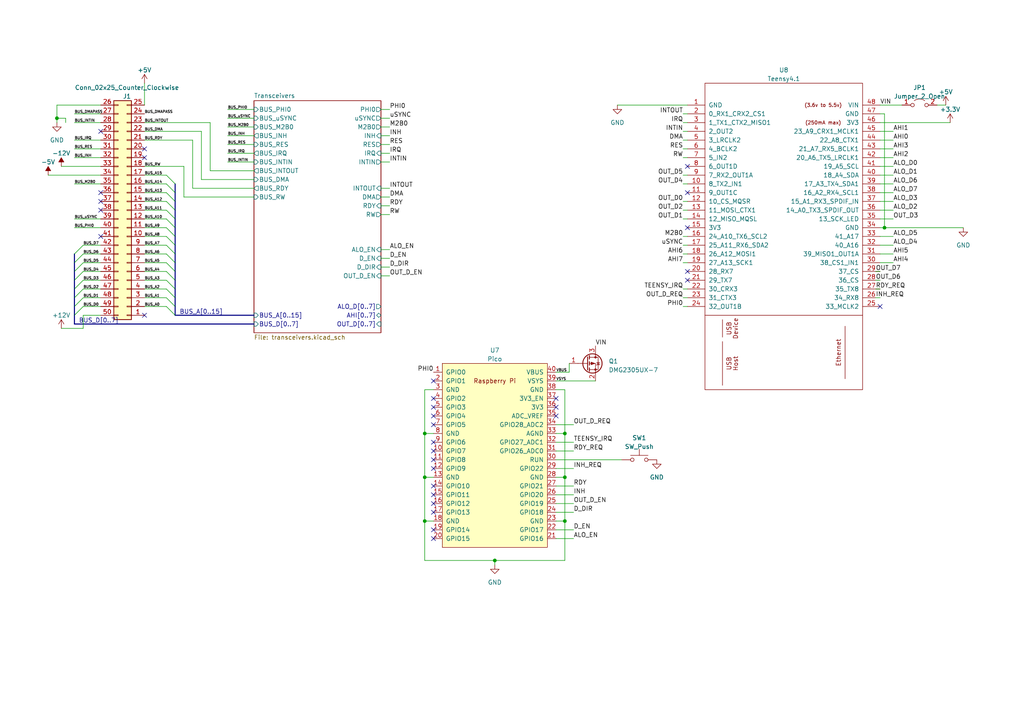
<source format=kicad_sch>
(kicad_sch (version 20230121) (generator eeschema)

  (uuid 9f80e081-bf13-4e25-8624-a45101464ae2)

  (paper "A4")

  (lib_symbols
    (symbol "Connector_Generic:Conn_02x25_Counter_Clockwise" (pin_names (offset 1.016) hide) (in_bom yes) (on_board yes)
      (property "Reference" "J" (at 1.27 33.02 0)
        (effects (font (size 1.27 1.27)))
      )
      (property "Value" "Conn_02x25_Counter_Clockwise" (at 1.27 -33.02 0)
        (effects (font (size 1.27 1.27)))
      )
      (property "Footprint" "" (at 0 0 0)
        (effects (font (size 1.27 1.27)) hide)
      )
      (property "Datasheet" "~" (at 0 0 0)
        (effects (font (size 1.27 1.27)) hide)
      )
      (property "ki_keywords" "connector" (at 0 0 0)
        (effects (font (size 1.27 1.27)) hide)
      )
      (property "ki_description" "Generic connector, double row, 02x25, counter clockwise pin numbering scheme (similar to DIP package numbering), script generated (kicad-library-utils/schlib/autogen/connector/)" (at 0 0 0)
        (effects (font (size 1.27 1.27)) hide)
      )
      (property "ki_fp_filters" "Connector*:*_2x??_*" (at 0 0 0)
        (effects (font (size 1.27 1.27)) hide)
      )
      (symbol "Conn_02x25_Counter_Clockwise_1_1"
        (rectangle (start -1.27 -30.353) (end 0 -30.607)
          (stroke (width 0.1524) (type default))
          (fill (type none))
        )
        (rectangle (start -1.27 -27.813) (end 0 -28.067)
          (stroke (width 0.1524) (type default))
          (fill (type none))
        )
        (rectangle (start -1.27 -25.273) (end 0 -25.527)
          (stroke (width 0.1524) (type default))
          (fill (type none))
        )
        (rectangle (start -1.27 -22.733) (end 0 -22.987)
          (stroke (width 0.1524) (type default))
          (fill (type none))
        )
        (rectangle (start -1.27 -20.193) (end 0 -20.447)
          (stroke (width 0.1524) (type default))
          (fill (type none))
        )
        (rectangle (start -1.27 -17.653) (end 0 -17.907)
          (stroke (width 0.1524) (type default))
          (fill (type none))
        )
        (rectangle (start -1.27 -15.113) (end 0 -15.367)
          (stroke (width 0.1524) (type default))
          (fill (type none))
        )
        (rectangle (start -1.27 -12.573) (end 0 -12.827)
          (stroke (width 0.1524) (type default))
          (fill (type none))
        )
        (rectangle (start -1.27 -10.033) (end 0 -10.287)
          (stroke (width 0.1524) (type default))
          (fill (type none))
        )
        (rectangle (start -1.27 -7.493) (end 0 -7.747)
          (stroke (width 0.1524) (type default))
          (fill (type none))
        )
        (rectangle (start -1.27 -4.953) (end 0 -5.207)
          (stroke (width 0.1524) (type default))
          (fill (type none))
        )
        (rectangle (start -1.27 -2.413) (end 0 -2.667)
          (stroke (width 0.1524) (type default))
          (fill (type none))
        )
        (rectangle (start -1.27 0.127) (end 0 -0.127)
          (stroke (width 0.1524) (type default))
          (fill (type none))
        )
        (rectangle (start -1.27 2.667) (end 0 2.413)
          (stroke (width 0.1524) (type default))
          (fill (type none))
        )
        (rectangle (start -1.27 5.207) (end 0 4.953)
          (stroke (width 0.1524) (type default))
          (fill (type none))
        )
        (rectangle (start -1.27 7.747) (end 0 7.493)
          (stroke (width 0.1524) (type default))
          (fill (type none))
        )
        (rectangle (start -1.27 10.287) (end 0 10.033)
          (stroke (width 0.1524) (type default))
          (fill (type none))
        )
        (rectangle (start -1.27 12.827) (end 0 12.573)
          (stroke (width 0.1524) (type default))
          (fill (type none))
        )
        (rectangle (start -1.27 15.367) (end 0 15.113)
          (stroke (width 0.1524) (type default))
          (fill (type none))
        )
        (rectangle (start -1.27 17.907) (end 0 17.653)
          (stroke (width 0.1524) (type default))
          (fill (type none))
        )
        (rectangle (start -1.27 20.447) (end 0 20.193)
          (stroke (width 0.1524) (type default))
          (fill (type none))
        )
        (rectangle (start -1.27 22.987) (end 0 22.733)
          (stroke (width 0.1524) (type default))
          (fill (type none))
        )
        (rectangle (start -1.27 25.527) (end 0 25.273)
          (stroke (width 0.1524) (type default))
          (fill (type none))
        )
        (rectangle (start -1.27 28.067) (end 0 27.813)
          (stroke (width 0.1524) (type default))
          (fill (type none))
        )
        (rectangle (start -1.27 30.607) (end 0 30.353)
          (stroke (width 0.1524) (type default))
          (fill (type none))
        )
        (rectangle (start -1.27 31.75) (end 3.81 -31.75)
          (stroke (width 0.254) (type default))
          (fill (type background))
        )
        (rectangle (start 3.81 -30.353) (end 2.54 -30.607)
          (stroke (width 0.1524) (type default))
          (fill (type none))
        )
        (rectangle (start 3.81 -27.813) (end 2.54 -28.067)
          (stroke (width 0.1524) (type default))
          (fill (type none))
        )
        (rectangle (start 3.81 -25.273) (end 2.54 -25.527)
          (stroke (width 0.1524) (type default))
          (fill (type none))
        )
        (rectangle (start 3.81 -22.733) (end 2.54 -22.987)
          (stroke (width 0.1524) (type default))
          (fill (type none))
        )
        (rectangle (start 3.81 -20.193) (end 2.54 -20.447)
          (stroke (width 0.1524) (type default))
          (fill (type none))
        )
        (rectangle (start 3.81 -17.653) (end 2.54 -17.907)
          (stroke (width 0.1524) (type default))
          (fill (type none))
        )
        (rectangle (start 3.81 -15.113) (end 2.54 -15.367)
          (stroke (width 0.1524) (type default))
          (fill (type none))
        )
        (rectangle (start 3.81 -12.573) (end 2.54 -12.827)
          (stroke (width 0.1524) (type default))
          (fill (type none))
        )
        (rectangle (start 3.81 -10.033) (end 2.54 -10.287)
          (stroke (width 0.1524) (type default))
          (fill (type none))
        )
        (rectangle (start 3.81 -7.493) (end 2.54 -7.747)
          (stroke (width 0.1524) (type default))
          (fill (type none))
        )
        (rectangle (start 3.81 -4.953) (end 2.54 -5.207)
          (stroke (width 0.1524) (type default))
          (fill (type none))
        )
        (rectangle (start 3.81 -2.413) (end 2.54 -2.667)
          (stroke (width 0.1524) (type default))
          (fill (type none))
        )
        (rectangle (start 3.81 0.127) (end 2.54 -0.127)
          (stroke (width 0.1524) (type default))
          (fill (type none))
        )
        (rectangle (start 3.81 2.667) (end 2.54 2.413)
          (stroke (width 0.1524) (type default))
          (fill (type none))
        )
        (rectangle (start 3.81 5.207) (end 2.54 4.953)
          (stroke (width 0.1524) (type default))
          (fill (type none))
        )
        (rectangle (start 3.81 7.747) (end 2.54 7.493)
          (stroke (width 0.1524) (type default))
          (fill (type none))
        )
        (rectangle (start 3.81 10.287) (end 2.54 10.033)
          (stroke (width 0.1524) (type default))
          (fill (type none))
        )
        (rectangle (start 3.81 12.827) (end 2.54 12.573)
          (stroke (width 0.1524) (type default))
          (fill (type none))
        )
        (rectangle (start 3.81 15.367) (end 2.54 15.113)
          (stroke (width 0.1524) (type default))
          (fill (type none))
        )
        (rectangle (start 3.81 17.907) (end 2.54 17.653)
          (stroke (width 0.1524) (type default))
          (fill (type none))
        )
        (rectangle (start 3.81 20.447) (end 2.54 20.193)
          (stroke (width 0.1524) (type default))
          (fill (type none))
        )
        (rectangle (start 3.81 22.987) (end 2.54 22.733)
          (stroke (width 0.1524) (type default))
          (fill (type none))
        )
        (rectangle (start 3.81 25.527) (end 2.54 25.273)
          (stroke (width 0.1524) (type default))
          (fill (type none))
        )
        (rectangle (start 3.81 28.067) (end 2.54 27.813)
          (stroke (width 0.1524) (type default))
          (fill (type none))
        )
        (rectangle (start 3.81 30.607) (end 2.54 30.353)
          (stroke (width 0.1524) (type default))
          (fill (type none))
        )
        (pin passive line (at -5.08 30.48 0) (length 3.81)
          (name "Pin_1" (effects (font (size 1.27 1.27))))
          (number "1" (effects (font (size 1.27 1.27))))
        )
        (pin passive line (at -5.08 7.62 0) (length 3.81)
          (name "Pin_10" (effects (font (size 1.27 1.27))))
          (number "10" (effects (font (size 1.27 1.27))))
        )
        (pin passive line (at -5.08 5.08 0) (length 3.81)
          (name "Pin_11" (effects (font (size 1.27 1.27))))
          (number "11" (effects (font (size 1.27 1.27))))
        )
        (pin passive line (at -5.08 2.54 0) (length 3.81)
          (name "Pin_12" (effects (font (size 1.27 1.27))))
          (number "12" (effects (font (size 1.27 1.27))))
        )
        (pin passive line (at -5.08 0 0) (length 3.81)
          (name "Pin_13" (effects (font (size 1.27 1.27))))
          (number "13" (effects (font (size 1.27 1.27))))
        )
        (pin passive line (at -5.08 -2.54 0) (length 3.81)
          (name "Pin_14" (effects (font (size 1.27 1.27))))
          (number "14" (effects (font (size 1.27 1.27))))
        )
        (pin passive line (at -5.08 -5.08 0) (length 3.81)
          (name "Pin_15" (effects (font (size 1.27 1.27))))
          (number "15" (effects (font (size 1.27 1.27))))
        )
        (pin passive line (at -5.08 -7.62 0) (length 3.81)
          (name "Pin_16" (effects (font (size 1.27 1.27))))
          (number "16" (effects (font (size 1.27 1.27))))
        )
        (pin passive line (at -5.08 -10.16 0) (length 3.81)
          (name "Pin_17" (effects (font (size 1.27 1.27))))
          (number "17" (effects (font (size 1.27 1.27))))
        )
        (pin passive line (at -5.08 -12.7 0) (length 3.81)
          (name "Pin_18" (effects (font (size 1.27 1.27))))
          (number "18" (effects (font (size 1.27 1.27))))
        )
        (pin passive line (at -5.08 -15.24 0) (length 3.81)
          (name "Pin_19" (effects (font (size 1.27 1.27))))
          (number "19" (effects (font (size 1.27 1.27))))
        )
        (pin passive line (at -5.08 27.94 0) (length 3.81)
          (name "Pin_2" (effects (font (size 1.27 1.27))))
          (number "2" (effects (font (size 1.27 1.27))))
        )
        (pin passive line (at -5.08 -17.78 0) (length 3.81)
          (name "Pin_20" (effects (font (size 1.27 1.27))))
          (number "20" (effects (font (size 1.27 1.27))))
        )
        (pin passive line (at -5.08 -20.32 0) (length 3.81)
          (name "Pin_21" (effects (font (size 1.27 1.27))))
          (number "21" (effects (font (size 1.27 1.27))))
        )
        (pin passive line (at -5.08 -22.86 0) (length 3.81)
          (name "Pin_22" (effects (font (size 1.27 1.27))))
          (number "22" (effects (font (size 1.27 1.27))))
        )
        (pin passive line (at -5.08 -25.4 0) (length 3.81)
          (name "Pin_23" (effects (font (size 1.27 1.27))))
          (number "23" (effects (font (size 1.27 1.27))))
        )
        (pin passive line (at -5.08 -27.94 0) (length 3.81)
          (name "Pin_24" (effects (font (size 1.27 1.27))))
          (number "24" (effects (font (size 1.27 1.27))))
        )
        (pin passive line (at -5.08 -30.48 0) (length 3.81)
          (name "Pin_25" (effects (font (size 1.27 1.27))))
          (number "25" (effects (font (size 1.27 1.27))))
        )
        (pin passive line (at 7.62 -30.48 180) (length 3.81)
          (name "Pin_26" (effects (font (size 1.27 1.27))))
          (number "26" (effects (font (size 1.27 1.27))))
        )
        (pin passive line (at 7.62 -27.94 180) (length 3.81)
          (name "Pin_27" (effects (font (size 1.27 1.27))))
          (number "27" (effects (font (size 1.27 1.27))))
        )
        (pin passive line (at 7.62 -25.4 180) (length 3.81)
          (name "Pin_28" (effects (font (size 1.27 1.27))))
          (number "28" (effects (font (size 1.27 1.27))))
        )
        (pin passive line (at 7.62 -22.86 180) (length 3.81)
          (name "Pin_29" (effects (font (size 1.27 1.27))))
          (number "29" (effects (font (size 1.27 1.27))))
        )
        (pin passive line (at -5.08 25.4 0) (length 3.81)
          (name "Pin_3" (effects (font (size 1.27 1.27))))
          (number "3" (effects (font (size 1.27 1.27))))
        )
        (pin passive line (at 7.62 -20.32 180) (length 3.81)
          (name "Pin_30" (effects (font (size 1.27 1.27))))
          (number "30" (effects (font (size 1.27 1.27))))
        )
        (pin passive line (at 7.62 -17.78 180) (length 3.81)
          (name "Pin_31" (effects (font (size 1.27 1.27))))
          (number "31" (effects (font (size 1.27 1.27))))
        )
        (pin passive line (at 7.62 -15.24 180) (length 3.81)
          (name "Pin_32" (effects (font (size 1.27 1.27))))
          (number "32" (effects (font (size 1.27 1.27))))
        )
        (pin passive line (at 7.62 -12.7 180) (length 3.81)
          (name "Pin_33" (effects (font (size 1.27 1.27))))
          (number "33" (effects (font (size 1.27 1.27))))
        )
        (pin passive line (at 7.62 -10.16 180) (length 3.81)
          (name "Pin_34" (effects (font (size 1.27 1.27))))
          (number "34" (effects (font (size 1.27 1.27))))
        )
        (pin passive line (at 7.62 -7.62 180) (length 3.81)
          (name "Pin_35" (effects (font (size 1.27 1.27))))
          (number "35" (effects (font (size 1.27 1.27))))
        )
        (pin passive line (at 7.62 -5.08 180) (length 3.81)
          (name "Pin_36" (effects (font (size 1.27 1.27))))
          (number "36" (effects (font (size 1.27 1.27))))
        )
        (pin passive line (at 7.62 -2.54 180) (length 3.81)
          (name "Pin_37" (effects (font (size 1.27 1.27))))
          (number "37" (effects (font (size 1.27 1.27))))
        )
        (pin passive line (at 7.62 0 180) (length 3.81)
          (name "Pin_38" (effects (font (size 1.27 1.27))))
          (number "38" (effects (font (size 1.27 1.27))))
        )
        (pin passive line (at 7.62 2.54 180) (length 3.81)
          (name "Pin_39" (effects (font (size 1.27 1.27))))
          (number "39" (effects (font (size 1.27 1.27))))
        )
        (pin passive line (at -5.08 22.86 0) (length 3.81)
          (name "Pin_4" (effects (font (size 1.27 1.27))))
          (number "4" (effects (font (size 1.27 1.27))))
        )
        (pin passive line (at 7.62 5.08 180) (length 3.81)
          (name "Pin_40" (effects (font (size 1.27 1.27))))
          (number "40" (effects (font (size 1.27 1.27))))
        )
        (pin passive line (at 7.62 7.62 180) (length 3.81)
          (name "Pin_41" (effects (font (size 1.27 1.27))))
          (number "41" (effects (font (size 1.27 1.27))))
        )
        (pin passive line (at 7.62 10.16 180) (length 3.81)
          (name "Pin_42" (effects (font (size 1.27 1.27))))
          (number "42" (effects (font (size 1.27 1.27))))
        )
        (pin passive line (at 7.62 12.7 180) (length 3.81)
          (name "Pin_43" (effects (font (size 1.27 1.27))))
          (number "43" (effects (font (size 1.27 1.27))))
        )
        (pin passive line (at 7.62 15.24 180) (length 3.81)
          (name "Pin_44" (effects (font (size 1.27 1.27))))
          (number "44" (effects (font (size 1.27 1.27))))
        )
        (pin passive line (at 7.62 17.78 180) (length 3.81)
          (name "Pin_45" (effects (font (size 1.27 1.27))))
          (number "45" (effects (font (size 1.27 1.27))))
        )
        (pin passive line (at 7.62 20.32 180) (length 3.81)
          (name "Pin_46" (effects (font (size 1.27 1.27))))
          (number "46" (effects (font (size 1.27 1.27))))
        )
        (pin passive line (at 7.62 22.86 180) (length 3.81)
          (name "Pin_47" (effects (font (size 1.27 1.27))))
          (number "47" (effects (font (size 1.27 1.27))))
        )
        (pin passive line (at 7.62 25.4 180) (length 3.81)
          (name "Pin_48" (effects (font (size 1.27 1.27))))
          (number "48" (effects (font (size 1.27 1.27))))
        )
        (pin passive line (at 7.62 27.94 180) (length 3.81)
          (name "Pin_49" (effects (font (size 1.27 1.27))))
          (number "49" (effects (font (size 1.27 1.27))))
        )
        (pin passive line (at -5.08 20.32 0) (length 3.81)
          (name "Pin_5" (effects (font (size 1.27 1.27))))
          (number "5" (effects (font (size 1.27 1.27))))
        )
        (pin passive line (at 7.62 30.48 180) (length 3.81)
          (name "Pin_50" (effects (font (size 1.27 1.27))))
          (number "50" (effects (font (size 1.27 1.27))))
        )
        (pin passive line (at -5.08 17.78 0) (length 3.81)
          (name "Pin_6" (effects (font (size 1.27 1.27))))
          (number "6" (effects (font (size 1.27 1.27))))
        )
        (pin passive line (at -5.08 15.24 0) (length 3.81)
          (name "Pin_7" (effects (font (size 1.27 1.27))))
          (number "7" (effects (font (size 1.27 1.27))))
        )
        (pin passive line (at -5.08 12.7 0) (length 3.81)
          (name "Pin_8" (effects (font (size 1.27 1.27))))
          (number "8" (effects (font (size 1.27 1.27))))
        )
        (pin passive line (at -5.08 10.16 0) (length 3.81)
          (name "Pin_9" (effects (font (size 1.27 1.27))))
          (number "9" (effects (font (size 1.27 1.27))))
        )
      )
    )
    (symbol "Jumper:Jumper_2_Open" (pin_names (offset 0) hide) (in_bom yes) (on_board yes)
      (property "Reference" "JP" (at 0 2.794 0)
        (effects (font (size 1.27 1.27)))
      )
      (property "Value" "Jumper_2_Open" (at 0 -2.286 0)
        (effects (font (size 1.27 1.27)))
      )
      (property "Footprint" "" (at 0 0 0)
        (effects (font (size 1.27 1.27)) hide)
      )
      (property "Datasheet" "~" (at 0 0 0)
        (effects (font (size 1.27 1.27)) hide)
      )
      (property "ki_keywords" "Jumper SPST" (at 0 0 0)
        (effects (font (size 1.27 1.27)) hide)
      )
      (property "ki_description" "Jumper, 2-pole, open" (at 0 0 0)
        (effects (font (size 1.27 1.27)) hide)
      )
      (property "ki_fp_filters" "Jumper* TestPoint*2Pads* TestPoint*Bridge*" (at 0 0 0)
        (effects (font (size 1.27 1.27)) hide)
      )
      (symbol "Jumper_2_Open_0_0"
        (circle (center -2.032 0) (radius 0.508)
          (stroke (width 0) (type default))
          (fill (type none))
        )
        (circle (center 2.032 0) (radius 0.508)
          (stroke (width 0) (type default))
          (fill (type none))
        )
      )
      (symbol "Jumper_2_Open_0_1"
        (arc (start 1.524 1.27) (mid 0 1.778) (end -1.524 1.27)
          (stroke (width 0) (type default))
          (fill (type none))
        )
      )
      (symbol "Jumper_2_Open_1_1"
        (pin passive line (at -5.08 0 0) (length 2.54)
          (name "A" (effects (font (size 1.27 1.27))))
          (number "1" (effects (font (size 1.27 1.27))))
        )
        (pin passive line (at 5.08 0 180) (length 2.54)
          (name "B" (effects (font (size 1.27 1.27))))
          (number "2" (effects (font (size 1.27 1.27))))
        )
      )
    )
    (symbol "RPi_Pico:Pico" (pin_names (offset 1.016)) (in_bom yes) (on_board yes)
      (property "Reference" "U16" (at 0 30.48 0)
        (effects (font (size 1.27 1.27)))
      )
      (property "Value" "Pico" (at 0 27.94 0)
        (effects (font (size 1.27 1.27)))
      )
      (property "Footprint" "RPi_Pico:RPi_Pico_SMD_TH" (at 0 0 90)
        (effects (font (size 1.27 1.27)) hide)
      )
      (property "Datasheet" "" (at 0 0 0)
        (effects (font (size 1.27 1.27)) hide)
      )
      (symbol "Pico_0_0"
        (text "Raspberry Pi" (at 0 21.59 0)
          (effects (font (size 1.27 1.27)))
        )
      )
      (symbol "Pico_0_1"
        (rectangle (start -15.24 26.67) (end 15.24 -26.67)
          (stroke (width 0) (type solid))
          (fill (type background))
        )
      )
      (symbol "Pico_1_1"
        (pin bidirectional line (at -17.78 24.13 0) (length 2.54)
          (name "GPIO0" (effects (font (size 1.27 1.27))))
          (number "1" (effects (font (size 1.27 1.27))))
        )
        (pin bidirectional line (at -17.78 1.27 0) (length 2.54)
          (name "GPIO7" (effects (font (size 1.27 1.27))))
          (number "10" (effects (font (size 1.27 1.27))))
        )
        (pin bidirectional line (at -17.78 -1.27 0) (length 2.54)
          (name "GPIO8" (effects (font (size 1.27 1.27))))
          (number "11" (effects (font (size 1.27 1.27))))
        )
        (pin bidirectional line (at -17.78 -3.81 0) (length 2.54)
          (name "GPIO9" (effects (font (size 1.27 1.27))))
          (number "12" (effects (font (size 1.27 1.27))))
        )
        (pin power_in line (at -17.78 -6.35 0) (length 2.54)
          (name "GND" (effects (font (size 1.27 1.27))))
          (number "13" (effects (font (size 1.27 1.27))))
        )
        (pin bidirectional line (at -17.78 -8.89 0) (length 2.54)
          (name "GPIO10" (effects (font (size 1.27 1.27))))
          (number "14" (effects (font (size 1.27 1.27))))
        )
        (pin bidirectional line (at -17.78 -11.43 0) (length 2.54)
          (name "GPIO11" (effects (font (size 1.27 1.27))))
          (number "15" (effects (font (size 1.27 1.27))))
        )
        (pin bidirectional line (at -17.78 -13.97 0) (length 2.54)
          (name "GPIO12" (effects (font (size 1.27 1.27))))
          (number "16" (effects (font (size 1.27 1.27))))
        )
        (pin bidirectional line (at -17.78 -16.51 0) (length 2.54)
          (name "GPIO13" (effects (font (size 1.27 1.27))))
          (number "17" (effects (font (size 1.27 1.27))))
        )
        (pin power_in line (at -17.78 -19.05 0) (length 2.54)
          (name "GND" (effects (font (size 1.27 1.27))))
          (number "18" (effects (font (size 1.27 1.27))))
        )
        (pin bidirectional line (at -17.78 -21.59 0) (length 2.54)
          (name "GPIO14" (effects (font (size 1.27 1.27))))
          (number "19" (effects (font (size 1.27 1.27))))
        )
        (pin bidirectional line (at -17.78 21.59 0) (length 2.54)
          (name "GPIO1" (effects (font (size 1.27 1.27))))
          (number "2" (effects (font (size 1.27 1.27))))
        )
        (pin bidirectional line (at -17.78 -24.13 0) (length 2.54)
          (name "GPIO15" (effects (font (size 1.27 1.27))))
          (number "20" (effects (font (size 1.27 1.27))))
        )
        (pin bidirectional line (at 17.78 -24.13 180) (length 2.54)
          (name "GPIO16" (effects (font (size 1.27 1.27))))
          (number "21" (effects (font (size 1.27 1.27))))
        )
        (pin bidirectional line (at 17.78 -21.59 180) (length 2.54)
          (name "GPIO17" (effects (font (size 1.27 1.27))))
          (number "22" (effects (font (size 1.27 1.27))))
        )
        (pin power_in line (at 17.78 -19.05 180) (length 2.54)
          (name "GND" (effects (font (size 1.27 1.27))))
          (number "23" (effects (font (size 1.27 1.27))))
        )
        (pin bidirectional line (at 17.78 -16.51 180) (length 2.54)
          (name "GPIO18" (effects (font (size 1.27 1.27))))
          (number "24" (effects (font (size 1.27 1.27))))
        )
        (pin bidirectional line (at 17.78 -13.97 180) (length 2.54)
          (name "GPIO19" (effects (font (size 1.27 1.27))))
          (number "25" (effects (font (size 1.27 1.27))))
        )
        (pin bidirectional line (at 17.78 -11.43 180) (length 2.54)
          (name "GPIO20" (effects (font (size 1.27 1.27))))
          (number "26" (effects (font (size 1.27 1.27))))
        )
        (pin bidirectional line (at 17.78 -8.89 180) (length 2.54)
          (name "GPIO21" (effects (font (size 1.27 1.27))))
          (number "27" (effects (font (size 1.27 1.27))))
        )
        (pin power_in line (at 17.78 -6.35 180) (length 2.54)
          (name "GND" (effects (font (size 1.27 1.27))))
          (number "28" (effects (font (size 1.27 1.27))))
        )
        (pin bidirectional line (at 17.78 -3.81 180) (length 2.54)
          (name "GPIO22" (effects (font (size 1.27 1.27))))
          (number "29" (effects (font (size 1.27 1.27))))
        )
        (pin power_in line (at -17.78 19.05 0) (length 2.54)
          (name "GND" (effects (font (size 1.27 1.27))))
          (number "3" (effects (font (size 1.27 1.27))))
        )
        (pin input line (at 17.78 -1.27 180) (length 2.54)
          (name "RUN" (effects (font (size 1.27 1.27))))
          (number "30" (effects (font (size 1.27 1.27))))
        )
        (pin bidirectional line (at 17.78 1.27 180) (length 2.54)
          (name "GPIO26_ADC0" (effects (font (size 1.27 1.27))))
          (number "31" (effects (font (size 1.27 1.27))))
        )
        (pin bidirectional line (at 17.78 3.81 180) (length 2.54)
          (name "GPIO27_ADC1" (effects (font (size 1.27 1.27))))
          (number "32" (effects (font (size 1.27 1.27))))
        )
        (pin power_in line (at 17.78 6.35 180) (length 2.54)
          (name "AGND" (effects (font (size 1.27 1.27))))
          (number "33" (effects (font (size 1.27 1.27))))
        )
        (pin bidirectional line (at 17.78 8.89 180) (length 2.54)
          (name "GPIO28_ADC2" (effects (font (size 1.27 1.27))))
          (number "34" (effects (font (size 1.27 1.27))))
        )
        (pin unspecified line (at 17.78 11.43 180) (length 2.54)
          (name "ADC_VREF" (effects (font (size 1.27 1.27))))
          (number "35" (effects (font (size 1.27 1.27))))
        )
        (pin unspecified line (at 17.78 13.97 180) (length 2.54)
          (name "3V3" (effects (font (size 1.27 1.27))))
          (number "36" (effects (font (size 1.27 1.27))))
        )
        (pin input line (at 17.78 16.51 180) (length 2.54)
          (name "3V3_EN" (effects (font (size 1.27 1.27))))
          (number "37" (effects (font (size 1.27 1.27))))
        )
        (pin bidirectional line (at 17.78 19.05 180) (length 2.54)
          (name "GND" (effects (font (size 1.27 1.27))))
          (number "38" (effects (font (size 1.27 1.27))))
        )
        (pin unspecified line (at 17.78 21.59 180) (length 2.54)
          (name "VSYS" (effects (font (size 1.27 1.27))))
          (number "39" (effects (font (size 1.27 1.27))))
        )
        (pin bidirectional line (at -17.78 16.51 0) (length 2.54)
          (name "GPIO2" (effects (font (size 1.27 1.27))))
          (number "4" (effects (font (size 1.27 1.27))))
        )
        (pin unspecified line (at 17.78 24.13 180) (length 2.54)
          (name "VBUS" (effects (font (size 1.27 1.27))))
          (number "40" (effects (font (size 1.27 1.27))))
        )
        (pin bidirectional line (at -17.78 13.97 0) (length 2.54)
          (name "GPIO3" (effects (font (size 1.27 1.27))))
          (number "5" (effects (font (size 1.27 1.27))))
        )
        (pin bidirectional line (at -17.78 11.43 0) (length 2.54)
          (name "GPIO4" (effects (font (size 1.27 1.27))))
          (number "6" (effects (font (size 1.27 1.27))))
        )
        (pin bidirectional line (at -17.78 8.89 0) (length 2.54)
          (name "GPIO5" (effects (font (size 1.27 1.27))))
          (number "7" (effects (font (size 1.27 1.27))))
        )
        (pin power_in line (at -17.78 6.35 0) (length 2.54)
          (name "GND" (effects (font (size 1.27 1.27))))
          (number "8" (effects (font (size 1.27 1.27))))
        )
        (pin bidirectional line (at -17.78 3.81 0) (length 2.54)
          (name "GPIO6" (effects (font (size 1.27 1.27))))
          (number "9" (effects (font (size 1.27 1.27))))
        )
      )
    )
    (symbol "Switch:SW_Push" (pin_numbers hide) (pin_names (offset 1.016) hide) (in_bom yes) (on_board yes)
      (property "Reference" "SW" (at 1.27 2.54 0)
        (effects (font (size 1.27 1.27)) (justify left))
      )
      (property "Value" "SW_Push" (at 0 -1.524 0)
        (effects (font (size 1.27 1.27)))
      )
      (property "Footprint" "" (at 0 5.08 0)
        (effects (font (size 1.27 1.27)) hide)
      )
      (property "Datasheet" "~" (at 0 5.08 0)
        (effects (font (size 1.27 1.27)) hide)
      )
      (property "ki_keywords" "switch normally-open pushbutton push-button" (at 0 0 0)
        (effects (font (size 1.27 1.27)) hide)
      )
      (property "ki_description" "Push button switch, generic, two pins" (at 0 0 0)
        (effects (font (size 1.27 1.27)) hide)
      )
      (symbol "SW_Push_0_1"
        (circle (center -2.032 0) (radius 0.508)
          (stroke (width 0) (type default))
          (fill (type none))
        )
        (polyline
          (pts
            (xy 0 1.27)
            (xy 0 3.048)
          )
          (stroke (width 0) (type default))
          (fill (type none))
        )
        (polyline
          (pts
            (xy 2.54 1.27)
            (xy -2.54 1.27)
          )
          (stroke (width 0) (type default))
          (fill (type none))
        )
        (circle (center 2.032 0) (radius 0.508)
          (stroke (width 0) (type default))
          (fill (type none))
        )
        (pin passive line (at -5.08 0 0) (length 2.54)
          (name "1" (effects (font (size 1.27 1.27))))
          (number "1" (effects (font (size 1.27 1.27))))
        )
        (pin passive line (at 5.08 0 180) (length 2.54)
          (name "2" (effects (font (size 1.27 1.27))))
          (number "2" (effects (font (size 1.27 1.27))))
        )
      )
    )
    (symbol "Transistor_FET:TP0610T" (pin_names hide) (in_bom yes) (on_board yes)
      (property "Reference" "Q" (at 5.08 1.905 0)
        (effects (font (size 1.27 1.27)) (justify left))
      )
      (property "Value" "TP0610T" (at 5.08 0 0)
        (effects (font (size 1.27 1.27)) (justify left))
      )
      (property "Footprint" "Package_TO_SOT_SMD:SOT-23" (at 5.08 -1.905 0)
        (effects (font (size 1.27 1.27) italic) (justify left) hide)
      )
      (property "Datasheet" "http://www.vishay.com/docs/70209/70209.pdf" (at 0 0 0)
        (effects (font (size 1.27 1.27)) (justify left) hide)
      )
      (property "ki_keywords" "P-Channel MOSFET" (at 0 0 0)
        (effects (font (size 1.27 1.27)) hide)
      )
      (property "ki_description" "-0.18A Id, -60V Vds, P-Channel MOSFET, SOT-23" (at 0 0 0)
        (effects (font (size 1.27 1.27)) hide)
      )
      (property "ki_fp_filters" "SOT?23*" (at 0 0 0)
        (effects (font (size 1.27 1.27)) hide)
      )
      (symbol "TP0610T_0_1"
        (polyline
          (pts
            (xy 0.254 0)
            (xy -2.54 0)
          )
          (stroke (width 0) (type default))
          (fill (type none))
        )
        (polyline
          (pts
            (xy 0.254 1.905)
            (xy 0.254 -1.905)
          )
          (stroke (width 0.254) (type default))
          (fill (type none))
        )
        (polyline
          (pts
            (xy 0.762 -1.27)
            (xy 0.762 -2.286)
          )
          (stroke (width 0.254) (type default))
          (fill (type none))
        )
        (polyline
          (pts
            (xy 0.762 0.508)
            (xy 0.762 -0.508)
          )
          (stroke (width 0.254) (type default))
          (fill (type none))
        )
        (polyline
          (pts
            (xy 0.762 2.286)
            (xy 0.762 1.27)
          )
          (stroke (width 0.254) (type default))
          (fill (type none))
        )
        (polyline
          (pts
            (xy 2.54 2.54)
            (xy 2.54 1.778)
          )
          (stroke (width 0) (type default))
          (fill (type none))
        )
        (polyline
          (pts
            (xy 2.54 -2.54)
            (xy 2.54 0)
            (xy 0.762 0)
          )
          (stroke (width 0) (type default))
          (fill (type none))
        )
        (polyline
          (pts
            (xy 0.762 1.778)
            (xy 3.302 1.778)
            (xy 3.302 -1.778)
            (xy 0.762 -1.778)
          )
          (stroke (width 0) (type default))
          (fill (type none))
        )
        (polyline
          (pts
            (xy 2.286 0)
            (xy 1.27 0.381)
            (xy 1.27 -0.381)
            (xy 2.286 0)
          )
          (stroke (width 0) (type default))
          (fill (type outline))
        )
        (polyline
          (pts
            (xy 2.794 -0.508)
            (xy 2.921 -0.381)
            (xy 3.683 -0.381)
            (xy 3.81 -0.254)
          )
          (stroke (width 0) (type default))
          (fill (type none))
        )
        (polyline
          (pts
            (xy 3.302 -0.381)
            (xy 2.921 0.254)
            (xy 3.683 0.254)
            (xy 3.302 -0.381)
          )
          (stroke (width 0) (type default))
          (fill (type none))
        )
        (circle (center 1.651 0) (radius 2.794)
          (stroke (width 0.254) (type default))
          (fill (type none))
        )
        (circle (center 2.54 -1.778) (radius 0.254)
          (stroke (width 0) (type default))
          (fill (type outline))
        )
        (circle (center 2.54 1.778) (radius 0.254)
          (stroke (width 0) (type default))
          (fill (type outline))
        )
      )
      (symbol "TP0610T_1_1"
        (pin input line (at -5.08 0 0) (length 2.54)
          (name "G" (effects (font (size 1.27 1.27))))
          (number "1" (effects (font (size 1.27 1.27))))
        )
        (pin passive line (at 2.54 -5.08 90) (length 2.54)
          (name "S" (effects (font (size 1.27 1.27))))
          (number "2" (effects (font (size 1.27 1.27))))
        )
        (pin passive line (at 2.54 5.08 270) (length 2.54)
          (name "D" (effects (font (size 1.27 1.27))))
          (number "3" (effects (font (size 1.27 1.27))))
        )
      )
    )
    (symbol "power:+12V" (power) (pin_names (offset 0)) (in_bom yes) (on_board yes)
      (property "Reference" "#PWR" (at 0 -3.81 0)
        (effects (font (size 1.27 1.27)) hide)
      )
      (property "Value" "+12V" (at 0 3.556 0)
        (effects (font (size 1.27 1.27)))
      )
      (property "Footprint" "" (at 0 0 0)
        (effects (font (size 1.27 1.27)) hide)
      )
      (property "Datasheet" "" (at 0 0 0)
        (effects (font (size 1.27 1.27)) hide)
      )
      (property "ki_keywords" "global power" (at 0 0 0)
        (effects (font (size 1.27 1.27)) hide)
      )
      (property "ki_description" "Power symbol creates a global label with name \"+12V\"" (at 0 0 0)
        (effects (font (size 1.27 1.27)) hide)
      )
      (symbol "+12V_0_1"
        (polyline
          (pts
            (xy -0.762 1.27)
            (xy 0 2.54)
          )
          (stroke (width 0) (type default))
          (fill (type none))
        )
        (polyline
          (pts
            (xy 0 0)
            (xy 0 2.54)
          )
          (stroke (width 0) (type default))
          (fill (type none))
        )
        (polyline
          (pts
            (xy 0 2.54)
            (xy 0.762 1.27)
          )
          (stroke (width 0) (type default))
          (fill (type none))
        )
      )
      (symbol "+12V_1_1"
        (pin power_in line (at 0 0 90) (length 0) hide
          (name "+12V" (effects (font (size 1.27 1.27))))
          (number "1" (effects (font (size 1.27 1.27))))
        )
      )
    )
    (symbol "power:+3.3V" (power) (pin_names (offset 0)) (in_bom yes) (on_board yes)
      (property "Reference" "#PWR" (at 0 -3.81 0)
        (effects (font (size 1.27 1.27)) hide)
      )
      (property "Value" "+3.3V" (at 0 3.556 0)
        (effects (font (size 1.27 1.27)))
      )
      (property "Footprint" "" (at 0 0 0)
        (effects (font (size 1.27 1.27)) hide)
      )
      (property "Datasheet" "" (at 0 0 0)
        (effects (font (size 1.27 1.27)) hide)
      )
      (property "ki_keywords" "global power" (at 0 0 0)
        (effects (font (size 1.27 1.27)) hide)
      )
      (property "ki_description" "Power symbol creates a global label with name \"+3.3V\"" (at 0 0 0)
        (effects (font (size 1.27 1.27)) hide)
      )
      (symbol "+3.3V_0_1"
        (polyline
          (pts
            (xy -0.762 1.27)
            (xy 0 2.54)
          )
          (stroke (width 0) (type default))
          (fill (type none))
        )
        (polyline
          (pts
            (xy 0 0)
            (xy 0 2.54)
          )
          (stroke (width 0) (type default))
          (fill (type none))
        )
        (polyline
          (pts
            (xy 0 2.54)
            (xy 0.762 1.27)
          )
          (stroke (width 0) (type default))
          (fill (type none))
        )
      )
      (symbol "+3.3V_1_1"
        (pin power_in line (at 0 0 90) (length 0) hide
          (name "+3.3V" (effects (font (size 1.27 1.27))))
          (number "1" (effects (font (size 1.27 1.27))))
        )
      )
    )
    (symbol "power:+5V" (power) (pin_names (offset 0)) (in_bom yes) (on_board yes)
      (property "Reference" "#PWR" (at 0 -3.81 0)
        (effects (font (size 1.27 1.27)) hide)
      )
      (property "Value" "+5V" (at 0 3.556 0)
        (effects (font (size 1.27 1.27)))
      )
      (property "Footprint" "" (at 0 0 0)
        (effects (font (size 1.27 1.27)) hide)
      )
      (property "Datasheet" "" (at 0 0 0)
        (effects (font (size 1.27 1.27)) hide)
      )
      (property "ki_keywords" "global power" (at 0 0 0)
        (effects (font (size 1.27 1.27)) hide)
      )
      (property "ki_description" "Power symbol creates a global label with name \"+5V\"" (at 0 0 0)
        (effects (font (size 1.27 1.27)) hide)
      )
      (symbol "+5V_0_1"
        (polyline
          (pts
            (xy -0.762 1.27)
            (xy 0 2.54)
          )
          (stroke (width 0) (type default))
          (fill (type none))
        )
        (polyline
          (pts
            (xy 0 0)
            (xy 0 2.54)
          )
          (stroke (width 0) (type default))
          (fill (type none))
        )
        (polyline
          (pts
            (xy 0 2.54)
            (xy 0.762 1.27)
          )
          (stroke (width 0) (type default))
          (fill (type none))
        )
      )
      (symbol "+5V_1_1"
        (pin power_in line (at 0 0 90) (length 0) hide
          (name "+5V" (effects (font (size 1.27 1.27))))
          (number "1" (effects (font (size 1.27 1.27))))
        )
      )
    )
    (symbol "power:-12V" (power) (pin_names (offset 0)) (in_bom yes) (on_board yes)
      (property "Reference" "#PWR" (at 0 2.54 0)
        (effects (font (size 1.27 1.27)) hide)
      )
      (property "Value" "-12V" (at 0 3.81 0)
        (effects (font (size 1.27 1.27)))
      )
      (property "Footprint" "" (at 0 0 0)
        (effects (font (size 1.27 1.27)) hide)
      )
      (property "Datasheet" "" (at 0 0 0)
        (effects (font (size 1.27 1.27)) hide)
      )
      (property "ki_keywords" "global power" (at 0 0 0)
        (effects (font (size 1.27 1.27)) hide)
      )
      (property "ki_description" "Power symbol creates a global label with name \"-12V\"" (at 0 0 0)
        (effects (font (size 1.27 1.27)) hide)
      )
      (symbol "-12V_0_0"
        (pin power_in line (at 0 0 90) (length 0) hide
          (name "-12V" (effects (font (size 1.27 1.27))))
          (number "1" (effects (font (size 1.27 1.27))))
        )
      )
      (symbol "-12V_0_1"
        (polyline
          (pts
            (xy 0 0)
            (xy 0 1.27)
            (xy 0.762 1.27)
            (xy 0 2.54)
            (xy -0.762 1.27)
            (xy 0 1.27)
          )
          (stroke (width 0) (type default))
          (fill (type outline))
        )
      )
    )
    (symbol "power:-5V" (power) (pin_names (offset 0)) (in_bom yes) (on_board yes)
      (property "Reference" "#PWR" (at 0 2.54 0)
        (effects (font (size 1.27 1.27)) hide)
      )
      (property "Value" "-5V" (at 0 3.81 0)
        (effects (font (size 1.27 1.27)))
      )
      (property "Footprint" "" (at 0 0 0)
        (effects (font (size 1.27 1.27)) hide)
      )
      (property "Datasheet" "" (at 0 0 0)
        (effects (font (size 1.27 1.27)) hide)
      )
      (property "ki_keywords" "global power" (at 0 0 0)
        (effects (font (size 1.27 1.27)) hide)
      )
      (property "ki_description" "Power symbol creates a global label with name \"-5V\"" (at 0 0 0)
        (effects (font (size 1.27 1.27)) hide)
      )
      (symbol "-5V_0_0"
        (pin power_in line (at 0 0 90) (length 0) hide
          (name "-5V" (effects (font (size 1.27 1.27))))
          (number "1" (effects (font (size 1.27 1.27))))
        )
      )
      (symbol "-5V_0_1"
        (polyline
          (pts
            (xy 0 0)
            (xy 0 1.27)
            (xy 0.762 1.27)
            (xy 0 2.54)
            (xy -0.762 1.27)
            (xy 0 1.27)
          )
          (stroke (width 0) (type default))
          (fill (type outline))
        )
      )
    )
    (symbol "power:GND" (power) (pin_names (offset 0)) (in_bom yes) (on_board yes)
      (property "Reference" "#PWR" (at 0 -6.35 0)
        (effects (font (size 1.27 1.27)) hide)
      )
      (property "Value" "GND" (at 0 -3.81 0)
        (effects (font (size 1.27 1.27)))
      )
      (property "Footprint" "" (at 0 0 0)
        (effects (font (size 1.27 1.27)) hide)
      )
      (property "Datasheet" "" (at 0 0 0)
        (effects (font (size 1.27 1.27)) hide)
      )
      (property "ki_keywords" "global power" (at 0 0 0)
        (effects (font (size 1.27 1.27)) hide)
      )
      (property "ki_description" "Power symbol creates a global label with name \"GND\" , ground" (at 0 0 0)
        (effects (font (size 1.27 1.27)) hide)
      )
      (symbol "GND_0_1"
        (polyline
          (pts
            (xy 0 0)
            (xy 0 -1.27)
            (xy 1.27 -1.27)
            (xy 0 -2.54)
            (xy -1.27 -1.27)
            (xy 0 -1.27)
          )
          (stroke (width 0) (type default))
          (fill (type none))
        )
      )
      (symbol "GND_1_1"
        (pin power_in line (at 0 0 270) (length 0) hide
          (name "GND" (effects (font (size 1.27 1.27))))
          (number "1" (effects (font (size 1.27 1.27))))
        )
      )
    )
    (symbol "teensy:Teensy4.1" (pin_names (offset 1.016)) (in_bom yes) (on_board yes)
      (property "Reference" "U17" (at 0 64.77 0)
        (effects (font (size 1.27 1.27)))
      )
      (property "Value" "Teensy4.1" (at 0 62.23 0)
        (effects (font (size 1.27 1.27)))
      )
      (property "Footprint" "teensy:Teensy41" (at -10.16 10.16 0)
        (effects (font (size 1.27 1.27)) hide)
      )
      (property "Datasheet" "" (at -10.16 10.16 0)
        (effects (font (size 1.27 1.27)) hide)
      )
      (symbol "Teensy4.1_0_0"
        (polyline
          (pts
            (xy -22.86 -6.35)
            (xy 22.86 -6.35)
          )
          (stroke (width 0) (type solid))
          (fill (type none))
        )
        (polyline
          (pts
            (xy -17.78 -26.67)
            (xy -17.78 -13.97)
          )
          (stroke (width 0) (type solid))
          (fill (type none))
        )
        (polyline
          (pts
            (xy -17.78 -7.62)
            (xy -17.78 -12.7)
          )
          (stroke (width 0) (type solid))
          (fill (type none))
        )
        (polyline
          (pts
            (xy 17.78 -9.525)
            (xy 17.78 -24.765)
          )
          (stroke (width 0) (type solid))
          (fill (type none))
        )
        (text "(250mA max)" (at 11.43 49.53 0)
          (effects (font (size 1.016 1.016)))
        )
        (text "(3.6v to 5.5v)" (at 11.43 54.61 0)
          (effects (font (size 1.016 1.016)))
        )
        (text "Device" (at -13.97 -10.16 900)
          (effects (font (size 1.27 1.27)))
        )
        (text "Ethernet" (at 15.875 -17.145 900)
          (effects (font (size 1.27 1.27)))
        )
        (text "Host" (at -13.97 -20.32 900)
          (effects (font (size 1.27 1.27)))
        )
        (text "USB" (at -15.875 -20.32 900)
          (effects (font (size 1.27 1.27)))
        )
        (text "USB" (at -15.875 -10.16 900)
          (effects (font (size 1.27 1.27)))
        )
        (pin bidirectional line (at -27.94 31.75 0) (length 5.08)
          (name "8_TX2_IN1" (effects (font (size 1.27 1.27))))
          (number "10" (effects (font (size 1.27 1.27))))
        )
        (pin bidirectional line (at -27.94 29.21 0) (length 5.08)
          (name "9_OUT1C" (effects (font (size 1.27 1.27))))
          (number "11" (effects (font (size 1.27 1.27))))
        )
        (pin bidirectional line (at -27.94 26.67 0) (length 5.08)
          (name "10_CS_MQSR" (effects (font (size 1.27 1.27))))
          (number "12" (effects (font (size 1.27 1.27))))
        )
        (pin bidirectional line (at -27.94 24.13 0) (length 5.08)
          (name "11_MOSI_CTX1" (effects (font (size 1.27 1.27))))
          (number "13" (effects (font (size 1.27 1.27))))
        )
        (pin bidirectional line (at -27.94 21.59 0) (length 5.08)
          (name "12_MISO_MQSL" (effects (font (size 1.27 1.27))))
          (number "14" (effects (font (size 1.27 1.27))))
        )
        (pin power_in line (at -27.94 19.05 0) (length 5.08)
          (name "3V3" (effects (font (size 1.27 1.27))))
          (number "15" (effects (font (size 1.27 1.27))))
        )
        (pin bidirectional line (at -27.94 16.51 0) (length 5.08)
          (name "24_A10_TX6_SCL2" (effects (font (size 1.27 1.27))))
          (number "16" (effects (font (size 1.27 1.27))))
        )
        (pin bidirectional line (at -27.94 13.97 0) (length 5.08)
          (name "25_A11_RX6_SDA2" (effects (font (size 1.27 1.27))))
          (number "17" (effects (font (size 1.27 1.27))))
        )
        (pin bidirectional line (at -27.94 11.43 0) (length 5.08)
          (name "26_A12_MOSI1" (effects (font (size 1.27 1.27))))
          (number "18" (effects (font (size 1.27 1.27))))
        )
        (pin bidirectional line (at -27.94 8.89 0) (length 5.08)
          (name "27_A13_SCK1" (effects (font (size 1.27 1.27))))
          (number "19" (effects (font (size 1.27 1.27))))
        )
        (pin bidirectional line (at -27.94 6.35 0) (length 5.08)
          (name "28_RX7" (effects (font (size 1.27 1.27))))
          (number "20" (effects (font (size 1.27 1.27))))
        )
        (pin bidirectional line (at -27.94 3.81 0) (length 5.08)
          (name "29_TX7" (effects (font (size 1.27 1.27))))
          (number "21" (effects (font (size 1.27 1.27))))
        )
        (pin bidirectional line (at -27.94 1.27 0) (length 5.08)
          (name "30_CRX3" (effects (font (size 1.27 1.27))))
          (number "22" (effects (font (size 1.27 1.27))))
        )
        (pin bidirectional line (at -27.94 -1.27 0) (length 5.08)
          (name "31_CTX3" (effects (font (size 1.27 1.27))))
          (number "23" (effects (font (size 1.27 1.27))))
        )
        (pin bidirectional line (at -27.94 -3.81 0) (length 5.08)
          (name "32_OUT1B" (effects (font (size 1.27 1.27))))
          (number "24" (effects (font (size 1.27 1.27))))
        )
        (pin bidirectional line (at 27.94 -3.81 180) (length 5.08)
          (name "33_MCLK2" (effects (font (size 1.27 1.27))))
          (number "25" (effects (font (size 1.27 1.27))))
        )
        (pin bidirectional line (at 27.94 -1.27 180) (length 5.08)
          (name "34_RX8" (effects (font (size 1.27 1.27))))
          (number "26" (effects (font (size 1.27 1.27))))
        )
        (pin bidirectional line (at 27.94 1.27 180) (length 5.08)
          (name "35_TX8" (effects (font (size 1.27 1.27))))
          (number "27" (effects (font (size 1.27 1.27))))
        )
        (pin bidirectional line (at 27.94 3.81 180) (length 5.08)
          (name "36_CS" (effects (font (size 1.27 1.27))))
          (number "28" (effects (font (size 1.27 1.27))))
        )
        (pin bidirectional line (at 27.94 6.35 180) (length 5.08)
          (name "37_CS" (effects (font (size 1.27 1.27))))
          (number "29" (effects (font (size 1.27 1.27))))
        )
        (pin bidirectional line (at 27.94 8.89 180) (length 5.08)
          (name "38_CS1_IN1" (effects (font (size 1.27 1.27))))
          (number "30" (effects (font (size 1.27 1.27))))
        )
        (pin bidirectional line (at 27.94 11.43 180) (length 5.08)
          (name "39_MISO1_OUT1A" (effects (font (size 1.27 1.27))))
          (number "31" (effects (font (size 1.27 1.27))))
        )
        (pin bidirectional line (at 27.94 13.97 180) (length 5.08)
          (name "40_A16" (effects (font (size 1.27 1.27))))
          (number "32" (effects (font (size 1.27 1.27))))
        )
        (pin bidirectional line (at 27.94 16.51 180) (length 5.08)
          (name "41_A17" (effects (font (size 1.27 1.27))))
          (number "33" (effects (font (size 1.27 1.27))))
        )
        (pin bidirectional line (at 27.94 21.59 180) (length 5.08)
          (name "13_SCK_LED" (effects (font (size 1.27 1.27))))
          (number "35" (effects (font (size 1.27 1.27))))
        )
        (pin bidirectional line (at 27.94 24.13 180) (length 5.08)
          (name "14_A0_TX3_SPDIF_OUT" (effects (font (size 1.27 1.27))))
          (number "36" (effects (font (size 1.27 1.27))))
        )
        (pin bidirectional line (at 27.94 26.67 180) (length 5.08)
          (name "15_A1_RX3_SPDIF_IN" (effects (font (size 1.27 1.27))))
          (number "37" (effects (font (size 1.27 1.27))))
        )
        (pin bidirectional line (at 27.94 29.21 180) (length 5.08)
          (name "16_A2_RX4_SCL1" (effects (font (size 1.27 1.27))))
          (number "38" (effects (font (size 1.27 1.27))))
        )
        (pin bidirectional line (at 27.94 31.75 180) (length 5.08)
          (name "17_A3_TX4_SDA1" (effects (font (size 1.27 1.27))))
          (number "39" (effects (font (size 1.27 1.27))))
        )
        (pin bidirectional line (at 27.94 34.29 180) (length 5.08)
          (name "18_A4_SDA" (effects (font (size 1.27 1.27))))
          (number "40" (effects (font (size 1.27 1.27))))
        )
        (pin bidirectional line (at 27.94 36.83 180) (length 5.08)
          (name "19_A5_SCL" (effects (font (size 1.27 1.27))))
          (number "41" (effects (font (size 1.27 1.27))))
        )
        (pin bidirectional line (at 27.94 39.37 180) (length 5.08)
          (name "20_A6_TX5_LRCLK1" (effects (font (size 1.27 1.27))))
          (number "42" (effects (font (size 1.27 1.27))))
        )
        (pin bidirectional line (at 27.94 41.91 180) (length 5.08)
          (name "21_A7_RX5_BCLK1" (effects (font (size 1.27 1.27))))
          (number "43" (effects (font (size 1.27 1.27))))
        )
        (pin bidirectional line (at 27.94 44.45 180) (length 5.08)
          (name "22_A8_CTX1" (effects (font (size 1.27 1.27))))
          (number "44" (effects (font (size 1.27 1.27))))
        )
        (pin bidirectional line (at 27.94 46.99 180) (length 5.08)
          (name "23_A9_CRX1_MCLK1" (effects (font (size 1.27 1.27))))
          (number "45" (effects (font (size 1.27 1.27))))
        )
        (pin output line (at 27.94 52.07 180) (length 5.08)
          (name "GND" (effects (font (size 1.27 1.27))))
          (number "47" (effects (font (size 1.27 1.27))))
        )
        (pin power_in line (at 27.94 54.61 180) (length 5.08)
          (name "VIN" (effects (font (size 1.27 1.27))))
          (number "48" (effects (font (size 1.27 1.27))))
        )
        (pin bidirectional line (at -27.94 44.45 0) (length 5.08)
          (name "3_LRCLK2" (effects (font (size 1.27 1.27))))
          (number "5" (effects (font (size 1.27 1.27))))
        )
        (pin bidirectional line (at -27.94 41.91 0) (length 5.08)
          (name "4_BCLK2" (effects (font (size 1.27 1.27))))
          (number "6" (effects (font (size 1.27 1.27))))
        )
        (pin bidirectional line (at -27.94 39.37 0) (length 5.08)
          (name "5_IN2" (effects (font (size 1.27 1.27))))
          (number "7" (effects (font (size 1.27 1.27))))
        )
        (pin bidirectional line (at -27.94 36.83 0) (length 5.08)
          (name "6_OUT1D" (effects (font (size 1.27 1.27))))
          (number "8" (effects (font (size 1.27 1.27))))
        )
        (pin bidirectional line (at -27.94 34.29 0) (length 5.08)
          (name "7_RX2_OUT1A" (effects (font (size 1.27 1.27))))
          (number "9" (effects (font (size 1.27 1.27))))
        )
      )
      (symbol "Teensy4.1_0_1"
        (rectangle (start -22.86 60.96) (end 22.86 -27.94)
          (stroke (width 0) (type solid))
          (fill (type none))
        )
        (rectangle (start -20.32 -1.27) (end -20.32 -1.27)
          (stroke (width 0) (type solid))
          (fill (type none))
        )
      )
      (symbol "Teensy4.1_1_0"
        (pin power_out line (at 27.94 49.53 180) (length 5.08)
          (name "3V3" (effects (font (size 1.27 1.27))))
          (number "46" (effects (font (size 1.27 1.27))))
        )
      )
      (symbol "Teensy4.1_1_1"
        (pin power_in line (at -27.94 54.61 0) (length 5.08)
          (name "GND" (effects (font (size 1.27 1.27))))
          (number "1" (effects (font (size 1.27 1.27))))
        )
        (pin bidirectional line (at -27.94 52.07 0) (length 5.08)
          (name "0_RX1_CRX2_CS1" (effects (font (size 1.27 1.27))))
          (number "2" (effects (font (size 1.27 1.27))))
        )
        (pin bidirectional line (at -27.94 49.53 0) (length 5.08)
          (name "1_TX1_CTX2_MISO1" (effects (font (size 1.27 1.27))))
          (number "3" (effects (font (size 1.27 1.27))))
        )
        (pin power_in line (at 27.94 19.05 180) (length 5.08)
          (name "GND" (effects (font (size 1.27 1.27))))
          (number "34" (effects (font (size 1.27 1.27))))
        )
        (pin bidirectional line (at -27.94 46.99 0) (length 5.08)
          (name "2_OUT2" (effects (font (size 1.27 1.27))))
          (number "4" (effects (font (size 1.27 1.27))))
        )
      )
    )
  )

  (junction (at 123.19 125.73) (diameter 0) (color 0 0 0 0)
    (uuid 29102dfa-3543-4fb2-bdf1-3fdc32c4f609)
  )
  (junction (at 16.51 34.29) (diameter 0) (color 0 0 0 0)
    (uuid 3b745e63-4ad6-4178-9157-1c31612455c8)
  )
  (junction (at 163.83 151.13) (diameter 0) (color 0 0 0 0)
    (uuid 4a855ecf-5038-4630-a609-b2a77e508e18)
  )
  (junction (at 163.83 125.73) (diameter 0) (color 0 0 0 0)
    (uuid 5b01019f-c09a-451c-a4a2-67050e048da5)
  )
  (junction (at 123.19 138.43) (diameter 0) (color 0 0 0 0)
    (uuid 9877c530-85a7-430d-893d-5f71177f1c59)
  )
  (junction (at 163.83 138.43) (diameter 0) (color 0 0 0 0)
    (uuid ac00616e-6fd9-4b90-a154-f6fc785e34da)
  )
  (junction (at 256.54 66.04) (diameter 0) (color 0 0 0 0)
    (uuid ac3fe90e-242e-463b-b51e-6923893b1918)
  )
  (junction (at 143.51 162.56) (diameter 0) (color 0 0 0 0)
    (uuid cc7dcb7f-4aee-4f35-873c-5d01404ac305)
  )
  (junction (at 123.19 151.13) (diameter 0) (color 0 0 0 0)
    (uuid f0bdb432-3f79-468c-9222-9a120f31243d)
  )

  (no_connect (at 125.73 115.57) (uuid 055e3795-b9ed-43c2-8ea1-434718e8fca2))
  (no_connect (at 125.73 143.51) (uuid 08480575-36d6-4220-a700-93c588fba37c))
  (no_connect (at 125.73 148.59) (uuid 1576f722-2706-49bc-95a0-b5633b1e5103))
  (no_connect (at 41.91 43.18) (uuid 20eb544e-e1b6-4a1b-b327-ca14b909f974))
  (no_connect (at 199.39 48.26) (uuid 2e586180-fb93-4490-9e23-26f30d69aaff))
  (no_connect (at 41.91 91.44) (uuid 3028b7d9-2cc3-45f9-9632-060385312e84))
  (no_connect (at 29.21 55.88) (uuid 3cd68fe0-d536-4ff1-bdeb-061ada3513e4))
  (no_connect (at 125.73 128.27) (uuid 4e954383-0895-4187-89ab-b002e83531cb))
  (no_connect (at 29.21 38.1) (uuid 62a57ebb-b98e-4454-b8a3-16f5f73c8830))
  (no_connect (at 199.39 66.04) (uuid 7fa09bf2-42c6-45c9-8995-9324a12f259e))
  (no_connect (at 125.73 130.81) (uuid 9347a306-c322-44cf-8ce6-ce41f538987b))
  (no_connect (at 161.29 120.65) (uuid 9ab4b9a2-9ebb-49e7-8359-67af3bc6547e))
  (no_connect (at 125.73 133.35) (uuid 9e8f2688-a5d3-42f6-ae8a-46d6c5acff5d))
  (no_connect (at 125.73 135.89) (uuid a3a80c47-7848-480a-b6cf-0ba601f6229e))
  (no_connect (at 125.73 110.49) (uuid ad034cb6-52f5-458b-8fb0-8ab962814deb))
  (no_connect (at 125.73 146.05) (uuid ae61ef65-5c2d-4dbc-97a6-676426aaafe8))
  (no_connect (at 29.21 60.96) (uuid bc6e1707-5dc5-4a60-ae6a-78f4a9c07215))
  (no_connect (at 125.73 140.97) (uuid c3686543-14ec-4d6a-88ac-1f9e682fd691))
  (no_connect (at 199.39 55.88) (uuid c71d0aa0-2081-4159-b3ca-2f91ba441e86))
  (no_connect (at 125.73 156.21) (uuid caa0bbb6-9f8f-420f-a58b-18c7de177c6f))
  (no_connect (at 161.29 118.11) (uuid cfd6706d-083c-4a7a-a943-df74c2e2574e))
  (no_connect (at 255.27 88.9) (uuid cfecf1ee-613a-4c29-ad77-150d649fd992))
  (no_connect (at 41.91 45.72) (uuid d4d3be8c-8516-495f-a686-a213bf926e5b))
  (no_connect (at 199.39 78.74) (uuid d5268a4b-247a-42a8-9be7-6c93c274abbe))
  (no_connect (at 29.21 68.58) (uuid dd42d8f4-e943-4cb9-95cc-e154453abe73))
  (no_connect (at 125.73 120.65) (uuid df65ed94-d4d2-474f-b235-9960541180b0))
  (no_connect (at 125.73 123.19) (uuid dfacaa5f-83fb-4ad3-8f14-b101922cf5ab))
  (no_connect (at 161.29 115.57) (uuid e454ecbe-a9b4-4bc5-9e95-f72ec405c78b))
  (no_connect (at 29.21 58.42) (uuid f06bfb25-d61d-4512-8a66-39aa1253d424))
  (no_connect (at 125.73 118.11) (uuid f4c0f165-e0ed-4dec-ab8c-730b2ca4afcd))
  (no_connect (at 199.39 81.28) (uuid f9488051-0ef1-4a7c-ac80-5334a146f31d))
  (no_connect (at 125.73 153.67) (uuid fdf70fb1-4ea8-45d4-b104-d18f80ae815f))

  (bus_entry (at 48.26 76.2) (size 2.54 2.54)
    (stroke (width 0) (type default))
    (uuid 078ade02-9148-4708-bf69-c3368c083bf7)
  )
  (bus_entry (at 48.26 86.36) (size 2.54 2.54)
    (stroke (width 0) (type default))
    (uuid 1304da3a-3e48-4312-a930-0717b4948d94)
  )
  (bus_entry (at 21.59 76.2) (size 2.54 -2.54)
    (stroke (width 0) (type default))
    (uuid 14118192-7c6e-4eab-ba4a-3d7ad1d268a7)
  )
  (bus_entry (at 48.26 88.9) (size 2.54 2.54)
    (stroke (width 0) (type default))
    (uuid 2092ac09-7cd7-4734-8115-daeaa4110f51)
  )
  (bus_entry (at 48.26 53.34) (size 2.54 2.54)
    (stroke (width 0) (type default))
    (uuid 23619bee-0a2b-4cdd-baf4-1cc39c82cdf3)
  )
  (bus_entry (at 48.26 55.88) (size 2.54 2.54)
    (stroke (width 0) (type default))
    (uuid 25cc1e70-ffce-43f8-8ee4-7caeaa6e9e76)
  )
  (bus_entry (at 21.59 88.9) (size 2.54 -2.54)
    (stroke (width 0) (type default))
    (uuid 2a9fb408-aeee-4574-a855-9b64b5ded75a)
  )
  (bus_entry (at 21.59 91.44) (size 2.54 -2.54)
    (stroke (width 0) (type default))
    (uuid 3a2f2bf7-d881-4a79-b91b-7b38283258ec)
  )
  (bus_entry (at 48.26 60.96) (size 2.54 2.54)
    (stroke (width 0) (type default))
    (uuid 4843fc5e-1659-4b5b-b43e-cd5be8e4efd4)
  )
  (bus_entry (at 21.59 73.66) (size 2.54 -2.54)
    (stroke (width 0) (type default))
    (uuid 7fbb215b-7185-4df8-85b4-8b13d7683066)
  )
  (bus_entry (at 48.26 68.58) (size 2.54 2.54)
    (stroke (width 0) (type default))
    (uuid 845d1df8-0c40-455b-b3f5-07fb2c6a3008)
  )
  (bus_entry (at 48.26 71.12) (size 2.54 2.54)
    (stroke (width 0) (type default))
    (uuid 88fd961e-1cd8-4304-800c-e42c2f7c9f00)
  )
  (bus_entry (at 48.26 81.28) (size 2.54 2.54)
    (stroke (width 0) (type default))
    (uuid 915ec151-8978-4160-8d8f-ade0b657ac0f)
  )
  (bus_entry (at 21.59 81.28) (size 2.54 -2.54)
    (stroke (width 0) (type default))
    (uuid 91f031a8-b796-445a-8443-d0a0a2fda109)
  )
  (bus_entry (at 21.59 86.36) (size 2.54 -2.54)
    (stroke (width 0) (type default))
    (uuid 98a44795-24f6-4194-b61a-56d4229ab541)
  )
  (bus_entry (at 21.59 83.82) (size 2.54 -2.54)
    (stroke (width 0) (type default))
    (uuid a49b3558-8578-482b-904e-53b7dc174228)
  )
  (bus_entry (at 48.26 66.04) (size 2.54 2.54)
    (stroke (width 0) (type default))
    (uuid ab1c5f86-eb28-417b-bf16-7f59fd79de1f)
  )
  (bus_entry (at 48.26 58.42) (size 2.54 2.54)
    (stroke (width 0) (type default))
    (uuid b1429e68-05a7-4b8f-ae65-5b4b55fc1a15)
  )
  (bus_entry (at 48.26 73.66) (size 2.54 2.54)
    (stroke (width 0) (type default))
    (uuid c2273225-9436-43f1-a6a9-558a0446d427)
  )
  (bus_entry (at 21.59 78.74) (size 2.54 -2.54)
    (stroke (width 0) (type default))
    (uuid cb601df9-0cec-4c56-9cd5-34782947e17b)
  )
  (bus_entry (at 48.26 50.8) (size 2.54 2.54)
    (stroke (width 0) (type default))
    (uuid cc45eafe-6425-4f20-abd8-e7400d0c5117)
  )
  (bus_entry (at 48.26 83.82) (size 2.54 2.54)
    (stroke (width 0) (type default))
    (uuid d64e1570-4400-47da-adc7-95730471ec48)
  )
  (bus_entry (at 48.26 63.5) (size 2.54 2.54)
    (stroke (width 0) (type default))
    (uuid e4ddc16d-7a8f-4bfa-b35f-7cfdb38271ed)
  )
  (bus_entry (at 48.26 78.74) (size 2.54 2.54)
    (stroke (width 0) (type default))
    (uuid eb9c660a-e75c-4396-88dd-a72346b88f15)
  )

  (wire (pts (xy 199.39 63.5) (xy 198.12 63.5))
    (stroke (width 0) (type default))
    (uuid 00805df4-9fd7-4164-b8fb-55bb893c8b87)
  )
  (bus (pts (xy 21.59 78.74) (xy 21.59 81.28))
    (stroke (width 0) (type default))
    (uuid 022ac4c0-6c6b-4ec8-98d2-fed1f7319a6d)
  )
  (bus (pts (xy 50.8 86.36) (xy 50.8 88.9))
    (stroke (width 0) (type default))
    (uuid 026db98c-fba8-4c56-8b95-e007df55ef8a)
  )
  (bus (pts (xy 21.59 86.36) (xy 21.59 88.9))
    (stroke (width 0) (type default))
    (uuid 03da0646-560b-413f-bfa6-fd50a6cf6f1a)
  )

  (wire (pts (xy 41.91 71.12) (xy 48.26 71.12))
    (stroke (width 0) (type default))
    (uuid 04b1f543-0bcf-47db-a5ed-a718cd80c98b)
  )
  (bus (pts (xy 21.59 88.9) (xy 21.59 91.44))
    (stroke (width 0) (type default))
    (uuid 066dc872-6c4d-4f2f-bf16-495b4c135446)
  )

  (wire (pts (xy 110.49 36.83) (xy 113.03 36.83))
    (stroke (width 0) (type default))
    (uuid 0927c319-690a-4f14-9d97-6514fad1d611)
  )
  (wire (pts (xy 161.29 146.05) (xy 166.37 146.05))
    (stroke (width 0) (type default))
    (uuid 0bbe5dd4-ccb6-4db5-9e38-21568f2ffdfe)
  )
  (wire (pts (xy 163.83 113.03) (xy 163.83 125.73))
    (stroke (width 0) (type default))
    (uuid 0dd06208-f921-4d0b-8350-4099e4d9b8ee)
  )
  (wire (pts (xy 163.83 113.03) (xy 161.29 113.03))
    (stroke (width 0) (type default))
    (uuid 10a41803-dfd4-4ba2-82c6-60444719aef7)
  )
  (wire (pts (xy 24.13 81.28) (xy 29.21 81.28))
    (stroke (width 0) (type default))
    (uuid 11cc1160-be0e-4d63-8042-10de2da93775)
  )
  (wire (pts (xy 21.59 66.04) (xy 29.21 66.04))
    (stroke (width 0) (type default))
    (uuid 14a37f8a-cd70-49ef-846b-58242b5c078c)
  )
  (bus (pts (xy 50.8 88.9) (xy 50.8 91.44))
    (stroke (width 0) (type default))
    (uuid 1620c291-0942-4f90-b1f8-ff74293827be)
  )

  (wire (pts (xy 55.88 40.64) (xy 55.88 54.61))
    (stroke (width 0) (type default))
    (uuid 162545cf-bfeb-4594-b8d8-bfc537f81a41)
  )
  (wire (pts (xy 29.21 91.44) (xy 24.13 91.44))
    (stroke (width 0) (type default))
    (uuid 163da727-fda4-4e71-b981-53580374485d)
  )
  (wire (pts (xy 255.27 50.8) (xy 259.08 50.8))
    (stroke (width 0) (type default))
    (uuid 16c224b6-04c6-4cd2-87ec-1b0a9e33f2a5)
  )
  (wire (pts (xy 255.27 48.26) (xy 259.08 48.26))
    (stroke (width 0) (type default))
    (uuid 171e6126-d14c-4451-b000-474d2e8d4512)
  )
  (wire (pts (xy 21.59 33.02) (xy 29.21 33.02))
    (stroke (width 0) (type default))
    (uuid 1758c14b-d27a-49c8-a609-2356e6e24a0c)
  )
  (wire (pts (xy 161.29 138.43) (xy 163.83 138.43))
    (stroke (width 0) (type default))
    (uuid 1809c90c-4a12-4291-bb94-a49917835609)
  )
  (wire (pts (xy 199.39 40.64) (xy 198.12 40.64))
    (stroke (width 0) (type default))
    (uuid 18920dec-5d88-438a-ba7c-4ab8157d0390)
  )
  (wire (pts (xy 17.78 95.25) (xy 24.13 95.25))
    (stroke (width 0) (type default))
    (uuid 1ae49bfa-cb4f-4666-9838-a02951119178)
  )
  (wire (pts (xy 123.19 125.73) (xy 123.19 138.43))
    (stroke (width 0) (type default))
    (uuid 1af22c0c-5ffe-40a1-b1aa-60901b74888c)
  )
  (wire (pts (xy 255.27 45.72) (xy 259.08 45.72))
    (stroke (width 0) (type default))
    (uuid 1ca8189c-6a79-4db2-988c-e89cd60ffa6b)
  )
  (wire (pts (xy 161.29 140.97) (xy 166.37 140.97))
    (stroke (width 0) (type default))
    (uuid 1d2df715-0ec6-4484-b215-3e856700a5ec)
  )
  (wire (pts (xy 110.49 59.69) (xy 113.03 59.69))
    (stroke (width 0) (type default))
    (uuid 1d926e03-64cd-445e-8301-30ec88fde8ad)
  )
  (wire (pts (xy 41.91 88.9) (xy 48.26 88.9))
    (stroke (width 0) (type default))
    (uuid 1f2c1bf6-c1de-4181-baa2-5b897006c3dc)
  )
  (bus (pts (xy 50.8 60.96) (xy 50.8 63.5))
    (stroke (width 0) (type default))
    (uuid 1f9ead25-2d21-48ac-a641-b3a0091debbc)
  )

  (wire (pts (xy 261.62 30.48) (xy 255.27 30.48))
    (stroke (width 0) (type default))
    (uuid 20ffbb33-ed5d-477d-acfe-aa174cc2743c)
  )
  (wire (pts (xy 271.78 30.48) (xy 274.32 30.48))
    (stroke (width 0) (type default))
    (uuid 232e0992-73a2-4e58-bbb9-f301b70da7ac)
  )
  (wire (pts (xy 255.27 55.88) (xy 259.08 55.88))
    (stroke (width 0) (type default))
    (uuid 23b06716-5cbf-4df9-8e40-105fbb9424e5)
  )
  (wire (pts (xy 41.91 86.36) (xy 48.26 86.36))
    (stroke (width 0) (type default))
    (uuid 24e34695-1d97-4f96-805b-08ec2043ec95)
  )
  (bus (pts (xy 50.8 58.42) (xy 50.8 60.96))
    (stroke (width 0) (type default))
    (uuid 271a52b7-ec08-4c20-be93-32b0227d69c6)
  )

  (wire (pts (xy 66.04 44.45) (xy 73.66 44.45))
    (stroke (width 0) (type default))
    (uuid 28038534-176b-4fe7-a5c0-6f2fc6115380)
  )
  (wire (pts (xy 16.51 34.29) (xy 16.51 35.56))
    (stroke (width 0) (type default))
    (uuid 2a24ec8a-5bd5-499f-a839-60f398648a7c)
  )
  (wire (pts (xy 199.39 76.2) (xy 198.12 76.2))
    (stroke (width 0) (type default))
    (uuid 2b1ea8a3-cd33-401b-a281-ecb05e702386)
  )
  (wire (pts (xy 21.59 53.34) (xy 29.21 53.34))
    (stroke (width 0) (type default))
    (uuid 2b868d2f-13e5-4c77-9ca2-779d230aa595)
  )
  (wire (pts (xy 41.91 38.1) (xy 58.42 38.1))
    (stroke (width 0) (type default))
    (uuid 2f7c6b07-8913-4681-ab4c-21a4bc9dad2f)
  )
  (wire (pts (xy 41.91 48.26) (xy 53.34 48.26))
    (stroke (width 0) (type default))
    (uuid 2fe86408-92a6-49e9-a5f3-25835f580a39)
  )
  (wire (pts (xy 255.27 35.56) (xy 275.59 35.56))
    (stroke (width 0) (type default))
    (uuid 31b93f57-4ca5-431d-a122-eff2628fe9d9)
  )
  (wire (pts (xy 41.91 63.5) (xy 48.26 63.5))
    (stroke (width 0) (type default))
    (uuid 32d562c7-c8fd-4808-94be-d91f66e2da88)
  )
  (wire (pts (xy 199.39 38.1) (xy 198.12 38.1))
    (stroke (width 0) (type default))
    (uuid 338272f8-67ea-4b61-93a9-4c13f285853d)
  )
  (wire (pts (xy 60.96 35.56) (xy 60.96 49.53))
    (stroke (width 0) (type default))
    (uuid 339a735f-0acb-4e5e-be4f-ca16833c5d5b)
  )
  (wire (pts (xy 66.04 34.29) (xy 73.66 34.29))
    (stroke (width 0) (type default))
    (uuid 34361254-932e-4854-8193-231ab09258f6)
  )
  (wire (pts (xy 125.73 113.03) (xy 123.19 113.03))
    (stroke (width 0) (type default))
    (uuid 34f3a213-ea9a-436d-8b56-896d2f64e039)
  )
  (wire (pts (xy 255.27 58.42) (xy 259.08 58.42))
    (stroke (width 0) (type default))
    (uuid 366b0be4-7787-44af-a198-a2512a6bb1a8)
  )
  (wire (pts (xy 255.27 81.28) (xy 254 81.28))
    (stroke (width 0) (type default))
    (uuid 36bce6f8-631b-4075-a314-435dc28edec3)
  )
  (bus (pts (xy 21.59 76.2) (xy 21.59 78.74))
    (stroke (width 0) (type default))
    (uuid 3a223bfd-6273-402a-b24c-fc20f6134cd1)
  )

  (wire (pts (xy 255.27 40.64) (xy 259.08 40.64))
    (stroke (width 0) (type default))
    (uuid 3a85de57-fb1f-4a2c-b9b3-270324009eca)
  )
  (wire (pts (xy 41.91 81.28) (xy 48.26 81.28))
    (stroke (width 0) (type default))
    (uuid 3bca7eb5-2023-4941-b58b-e312da4a000d)
  )
  (wire (pts (xy 110.49 39.37) (xy 113.03 39.37))
    (stroke (width 0) (type default))
    (uuid 3dc17b28-3d0c-4df1-8b4a-bd681d9572a6)
  )
  (wire (pts (xy 110.49 46.99) (xy 113.03 46.99))
    (stroke (width 0) (type default))
    (uuid 3e506f5e-fc4b-474a-baac-c8c04f541c5e)
  )
  (wire (pts (xy 143.51 162.56) (xy 163.83 162.56))
    (stroke (width 0) (type default))
    (uuid 4113e6db-2a3b-4a35-a003-6afc4b36384e)
  )
  (wire (pts (xy 58.42 52.07) (xy 73.66 52.07))
    (stroke (width 0) (type default))
    (uuid 42ef0611-ca88-420f-bcc5-4cd614c84030)
  )
  (bus (pts (xy 50.8 66.04) (xy 50.8 68.58))
    (stroke (width 0) (type default))
    (uuid 4463a73f-a5f3-4797-a2ee-12404c890e1d)
  )

  (wire (pts (xy 16.51 30.48) (xy 16.51 34.29))
    (stroke (width 0) (type default))
    (uuid 45eb934b-835b-444d-a544-8ee4a190de27)
  )
  (wire (pts (xy 179.07 30.48) (xy 199.39 30.48))
    (stroke (width 0) (type default))
    (uuid 4815bd7e-bc60-47fb-b08c-6756f9c26355)
  )
  (wire (pts (xy 161.29 156.21) (xy 166.37 156.21))
    (stroke (width 0) (type default))
    (uuid 48afc56b-1076-4eea-860a-6714673372c4)
  )
  (wire (pts (xy 110.49 74.93) (xy 113.03 74.93))
    (stroke (width 0) (type default))
    (uuid 4d6c78a0-7db1-4238-ae62-53773754bead)
  )
  (wire (pts (xy 255.27 78.74) (xy 254 78.74))
    (stroke (width 0) (type default))
    (uuid 517b41ae-c060-4298-bfc9-aa804c1a9adf)
  )
  (wire (pts (xy 66.04 46.99) (xy 73.66 46.99))
    (stroke (width 0) (type default))
    (uuid 52142d0c-c94e-44fd-99ce-111a81ea2d0d)
  )
  (wire (pts (xy 53.34 57.15) (xy 73.66 57.15))
    (stroke (width 0) (type default))
    (uuid 52d6e409-973e-40c6-8810-8ff7c00d72a3)
  )
  (bus (pts (xy 50.8 83.82) (xy 50.8 86.36))
    (stroke (width 0) (type default))
    (uuid 53d269fb-4b68-4a99-bca3-970cdc5126e7)
  )

  (wire (pts (xy 24.13 86.36) (xy 29.21 86.36))
    (stroke (width 0) (type default))
    (uuid 582f1423-1349-4d30-a0c8-d3a7883ddb85)
  )
  (wire (pts (xy 161.29 123.19) (xy 166.37 123.19))
    (stroke (width 0) (type default))
    (uuid 58ab82d2-e6b0-4811-bf50-d48db337dc99)
  )
  (wire (pts (xy 41.91 55.88) (xy 48.26 55.88))
    (stroke (width 0) (type default))
    (uuid 596166e1-14ca-4cc4-bd7e-6215792b0613)
  )
  (wire (pts (xy 21.59 43.18) (xy 29.21 43.18))
    (stroke (width 0) (type default))
    (uuid 59dee4de-1a63-4233-b27c-a95a97120701)
  )
  (wire (pts (xy 110.49 44.45) (xy 113.03 44.45))
    (stroke (width 0) (type default))
    (uuid 5a6ea72b-ab3f-499c-9c6a-ed98077b8bf3)
  )
  (bus (pts (xy 50.8 55.88) (xy 50.8 58.42))
    (stroke (width 0) (type default))
    (uuid 5cab4ef2-412f-4a37-94e4-db494dd7ed26)
  )
  (bus (pts (xy 50.8 63.5) (xy 50.8 66.04))
    (stroke (width 0) (type default))
    (uuid 5df844df-04f8-405d-80d1-2109f0022f60)
  )

  (wire (pts (xy 161.29 107.95) (xy 165.1 107.95))
    (stroke (width 0) (type default))
    (uuid 5e245224-d149-4fe6-99c0-e7f31411adba)
  )
  (wire (pts (xy 161.29 148.59) (xy 166.37 148.59))
    (stroke (width 0) (type default))
    (uuid 5eb32372-2791-4207-ab47-dfadbe7fffb2)
  )
  (wire (pts (xy 161.29 153.67) (xy 166.37 153.67))
    (stroke (width 0) (type default))
    (uuid 61df30ad-1194-4c8d-ba13-eb7dafb47eb5)
  )
  (wire (pts (xy 41.91 53.34) (xy 48.26 53.34))
    (stroke (width 0) (type default))
    (uuid 620a74db-8967-4a47-b993-b9b577bc0414)
  )
  (wire (pts (xy 110.49 41.91) (xy 113.03 41.91))
    (stroke (width 0) (type default))
    (uuid 62857569-d5f5-44dc-a3b5-a669efd05255)
  )
  (wire (pts (xy 21.59 40.64) (xy 29.21 40.64))
    (stroke (width 0) (type default))
    (uuid 62e1ca71-1a06-4477-a009-43bb703a3da0)
  )
  (wire (pts (xy 161.29 133.35) (xy 180.34 133.35))
    (stroke (width 0) (type default))
    (uuid 6379f611-3e6d-4bce-b3f0-b944fc2310fd)
  )
  (wire (pts (xy 199.39 43.18) (xy 198.12 43.18))
    (stroke (width 0) (type default))
    (uuid 644400d6-9e4d-45f8-ac09-3f899c603ca0)
  )
  (bus (pts (xy 50.8 71.12) (xy 50.8 73.66))
    (stroke (width 0) (type default))
    (uuid 64799882-3058-4085-ae92-140f0e621849)
  )

  (wire (pts (xy 256.54 33.02) (xy 256.54 66.04))
    (stroke (width 0) (type default))
    (uuid 65f170aa-b565-4548-a880-09033349b253)
  )
  (bus (pts (xy 50.8 73.66) (xy 50.8 76.2))
    (stroke (width 0) (type default))
    (uuid 662af3d5-4eef-4787-b98e-f5d3395ab233)
  )

  (wire (pts (xy 21.59 45.72) (xy 29.21 45.72))
    (stroke (width 0) (type default))
    (uuid 66b4db26-7ca4-4fbd-b602-2bf3370761a2)
  )
  (bus (pts (xy 21.59 93.98) (xy 21.59 91.44))
    (stroke (width 0) (type default))
    (uuid 6729dd29-c04d-4b48-a840-d4eeee5048af)
  )

  (wire (pts (xy 199.39 33.02) (xy 198.12 33.02))
    (stroke (width 0) (type default))
    (uuid 683de6f2-1f93-4b52-b689-17bfbd0c8627)
  )
  (wire (pts (xy 41.91 76.2) (xy 48.26 76.2))
    (stroke (width 0) (type default))
    (uuid 68cafd18-5c6d-4f5b-a129-205d722ed3e9)
  )
  (wire (pts (xy 41.91 40.64) (xy 55.88 40.64))
    (stroke (width 0) (type default))
    (uuid 6b0d4cd8-fbe2-4e93-a262-ef68e3b3df21)
  )
  (wire (pts (xy 13.97 50.8) (xy 29.21 50.8))
    (stroke (width 0) (type default))
    (uuid 6cac68ee-746f-4782-9a86-24dd9c5ec629)
  )
  (wire (pts (xy 41.91 35.56) (xy 60.96 35.56))
    (stroke (width 0) (type default))
    (uuid 6fbdf3b2-8936-4034-a892-490222ed9b2e)
  )
  (wire (pts (xy 199.39 53.34) (xy 198.12 53.34))
    (stroke (width 0) (type default))
    (uuid 7050a65e-8203-4065-92ac-db7adffd2a94)
  )
  (wire (pts (xy 55.88 54.61) (xy 73.66 54.61))
    (stroke (width 0) (type default))
    (uuid 70d26adb-df93-4857-8427-538242243cff)
  )
  (wire (pts (xy 53.34 48.26) (xy 53.34 57.15))
    (stroke (width 0) (type default))
    (uuid 717a26a7-150b-42ee-98b4-9903d15236b2)
  )
  (wire (pts (xy 24.13 91.44) (xy 24.13 95.25))
    (stroke (width 0) (type default))
    (uuid 7214bc78-6573-4eb7-b2f9-ba61143a26d0)
  )
  (wire (pts (xy 60.96 49.53) (xy 73.66 49.53))
    (stroke (width 0) (type default))
    (uuid 7806955d-fdd8-4963-b0c7-188e79543dc8)
  )
  (wire (pts (xy 16.51 30.48) (xy 29.21 30.48))
    (stroke (width 0) (type default))
    (uuid 7c26a52c-3474-4510-b27b-8682ff8ac615)
  )
  (wire (pts (xy 110.49 77.47) (xy 113.03 77.47))
    (stroke (width 0) (type default))
    (uuid 7c4c096d-c3e1-4c96-b2ba-6c4ab28432f5)
  )
  (wire (pts (xy 255.27 71.12) (xy 259.08 71.12))
    (stroke (width 0) (type default))
    (uuid 800f4b77-61ff-4581-9a65-adce0db75428)
  )
  (wire (pts (xy 66.04 39.37) (xy 73.66 39.37))
    (stroke (width 0) (type default))
    (uuid 81efbd47-536e-466a-870c-098d46e99d1b)
  )
  (wire (pts (xy 161.29 143.51) (xy 166.37 143.51))
    (stroke (width 0) (type default))
    (uuid 84249670-ef0e-4c7d-93f1-192cd897923c)
  )
  (wire (pts (xy 110.49 62.23) (xy 113.03 62.23))
    (stroke (width 0) (type default))
    (uuid 843841ce-780d-4313-a528-d2b7459523c1)
  )
  (wire (pts (xy 163.83 151.13) (xy 163.83 138.43))
    (stroke (width 0) (type default))
    (uuid 86eb0a4e-9d22-40ac-9b23-cdcf96dd9e00)
  )
  (wire (pts (xy 123.19 151.13) (xy 123.19 162.56))
    (stroke (width 0) (type default))
    (uuid 876ca4b5-6ffe-4921-9c78-97f825e4652c)
  )
  (wire (pts (xy 41.91 83.82) (xy 48.26 83.82))
    (stroke (width 0) (type default))
    (uuid 88591bcb-60b1-4fa3-b766-3344107c210e)
  )
  (wire (pts (xy 143.51 162.56) (xy 143.51 163.83))
    (stroke (width 0) (type default))
    (uuid 8bd66dcd-1f82-43be-93f3-14cf30368507)
  )
  (wire (pts (xy 66.04 36.83) (xy 73.66 36.83))
    (stroke (width 0) (type default))
    (uuid 8e30252d-2793-4ece-82fd-850cc249ad0c)
  )
  (bus (pts (xy 21.59 73.66) (xy 21.59 76.2))
    (stroke (width 0) (type default))
    (uuid 8eafcf7e-0d06-47b6-a04b-ae5334917f53)
  )

  (wire (pts (xy 41.91 66.04) (xy 48.26 66.04))
    (stroke (width 0) (type default))
    (uuid 8ed1b059-fa7c-4abf-83f6-a66a26130c3b)
  )
  (wire (pts (xy 199.39 88.9) (xy 198.12 88.9))
    (stroke (width 0) (type default))
    (uuid 92510f7b-f193-447c-9cd5-49f731368498)
  )
  (wire (pts (xy 123.19 113.03) (xy 123.19 125.73))
    (stroke (width 0) (type default))
    (uuid 93ba41db-cb63-4afc-8e89-399281a1b61c)
  )
  (wire (pts (xy 161.29 110.49) (xy 172.72 110.49))
    (stroke (width 0) (type default))
    (uuid 9416abbc-b278-4519-93e8-d06d71b0b1ca)
  )
  (wire (pts (xy 21.59 63.5) (xy 29.21 63.5))
    (stroke (width 0) (type default))
    (uuid 943094d4-4097-40b4-89e9-3fec1a7b3462)
  )
  (wire (pts (xy 255.27 66.04) (xy 256.54 66.04))
    (stroke (width 0) (type default))
    (uuid 9488d37a-d80d-4268-879b-a05093287d85)
  )
  (wire (pts (xy 255.27 38.1) (xy 259.08 38.1))
    (stroke (width 0) (type default))
    (uuid 979cd9aa-d73c-40bc-aa4a-e06185485502)
  )
  (wire (pts (xy 255.27 68.58) (xy 259.08 68.58))
    (stroke (width 0) (type default))
    (uuid 980df94c-c352-4f32-9649-942b0617c5c1)
  )
  (wire (pts (xy 255.27 33.02) (xy 256.54 33.02))
    (stroke (width 0) (type default))
    (uuid 9a30e6e5-82ef-4bf3-adb4-cb57c33edc68)
  )
  (wire (pts (xy 24.13 76.2) (xy 29.21 76.2))
    (stroke (width 0) (type default))
    (uuid 9c447db3-5b81-4d1b-bbd7-620eb33fd915)
  )
  (wire (pts (xy 256.54 66.04) (xy 279.4 66.04))
    (stroke (width 0) (type default))
    (uuid 9cd1095e-b713-434f-899f-4d2f09012b5f)
  )
  (wire (pts (xy 24.13 83.82) (xy 29.21 83.82))
    (stroke (width 0) (type default))
    (uuid 9e51663e-c0f5-42cb-a5a3-c77e1b88bddd)
  )
  (wire (pts (xy 161.29 130.81) (xy 166.37 130.81))
    (stroke (width 0) (type default))
    (uuid 9edd7eb9-28d3-42ed-ab33-66e8aa72ebb1)
  )
  (bus (pts (xy 21.59 83.82) (xy 21.59 86.36))
    (stroke (width 0) (type default))
    (uuid 9f14605c-bc5a-43e6-9bf2-c2033e101fe1)
  )

  (wire (pts (xy 199.39 86.36) (xy 198.12 86.36))
    (stroke (width 0) (type default))
    (uuid 9f606cda-9709-424f-9b61-b3ce0140d940)
  )
  (wire (pts (xy 163.83 125.73) (xy 163.83 138.43))
    (stroke (width 0) (type default))
    (uuid 9f801887-deae-411c-884c-dcb4f5029193)
  )
  (bus (pts (xy 50.8 53.34) (xy 50.8 55.88))
    (stroke (width 0) (type default))
    (uuid a323730a-3ad5-457f-a352-4e166c704dff)
  )

  (wire (pts (xy 163.83 162.56) (xy 163.83 151.13))
    (stroke (width 0) (type default))
    (uuid a51b2d77-f554-4cc8-bf75-cfb009d247c7)
  )
  (wire (pts (xy 110.49 72.39) (xy 113.03 72.39))
    (stroke (width 0) (type default))
    (uuid a51c01d1-865a-42cd-b366-b76f717df0b7)
  )
  (wire (pts (xy 123.19 162.56) (xy 143.51 162.56))
    (stroke (width 0) (type default))
    (uuid a5ef7701-9bec-4d4b-8119-752260ce52f8)
  )
  (wire (pts (xy 16.51 34.29) (xy 19.05 34.29))
    (stroke (width 0) (type default))
    (uuid a60c9a58-e1bc-4f42-bf05-b981219c8625)
  )
  (wire (pts (xy 199.39 60.96) (xy 198.12 60.96))
    (stroke (width 0) (type default))
    (uuid ac1ed300-21a8-4816-8d74-b690a6b095ea)
  )
  (wire (pts (xy 58.42 38.1) (xy 58.42 52.07))
    (stroke (width 0) (type default))
    (uuid ac24d1ce-d841-4a3f-ae86-8b2029629e84)
  )
  (wire (pts (xy 24.13 78.74) (xy 29.21 78.74))
    (stroke (width 0) (type default))
    (uuid ace0329b-f83f-4089-b27b-cc11aceeb2c5)
  )
  (wire (pts (xy 199.39 35.56) (xy 198.12 35.56))
    (stroke (width 0) (type default))
    (uuid ae76bb4e-f3bb-4ea6-a939-dd459d9dddbc)
  )
  (wire (pts (xy 24.13 73.66) (xy 29.21 73.66))
    (stroke (width 0) (type default))
    (uuid ae84dcad-3991-49af-b020-02f4fe407a3c)
  )
  (wire (pts (xy 199.39 58.42) (xy 198.12 58.42))
    (stroke (width 0) (type default))
    (uuid b2f877f2-d133-4e7e-8160-e837e47202df)
  )
  (wire (pts (xy 255.27 83.82) (xy 254 83.82))
    (stroke (width 0) (type default))
    (uuid b550594c-bb9b-4397-8680-ee60e02c1b13)
  )
  (wire (pts (xy 123.19 138.43) (xy 123.19 151.13))
    (stroke (width 0) (type default))
    (uuid b6345fcc-9c4f-4fd8-b7a6-0415adef5bf8)
  )
  (wire (pts (xy 199.39 45.72) (xy 198.12 45.72))
    (stroke (width 0) (type default))
    (uuid b641d90c-3914-4d9a-9c63-3e78aa58d77b)
  )
  (wire (pts (xy 161.29 125.73) (xy 163.83 125.73))
    (stroke (width 0) (type default))
    (uuid b7c83610-b5b8-4bd0-932c-a27044b64636)
  )
  (wire (pts (xy 123.19 125.73) (xy 125.73 125.73))
    (stroke (width 0) (type default))
    (uuid b7d87a61-8cd2-44c0-814d-3385c8294825)
  )
  (wire (pts (xy 110.49 57.15) (xy 113.03 57.15))
    (stroke (width 0) (type default))
    (uuid b9b5cd5c-1a7c-4d63-8656-8571a171a415)
  )
  (wire (pts (xy 24.13 71.12) (xy 29.21 71.12))
    (stroke (width 0) (type default))
    (uuid bcb5f9b3-9ac5-48f2-a921-bdae82515189)
  )
  (bus (pts (xy 50.8 78.74) (xy 50.8 81.28))
    (stroke (width 0) (type default))
    (uuid bdc3990a-ab7b-42b7-babf-c74c723ef4eb)
  )

  (wire (pts (xy 66.04 41.91) (xy 73.66 41.91))
    (stroke (width 0) (type default))
    (uuid bfc2c3d1-7819-498d-a411-263c8e042305)
  )
  (wire (pts (xy 41.91 58.42) (xy 48.26 58.42))
    (stroke (width 0) (type default))
    (uuid bfe9415f-cd39-4418-9696-8d4b3cc0aaaf)
  )
  (wire (pts (xy 110.49 54.61) (xy 113.03 54.61))
    (stroke (width 0) (type default))
    (uuid c0b5df53-f47a-4cce-a88e-419cb36f72e8)
  )
  (wire (pts (xy 123.19 138.43) (xy 125.73 138.43))
    (stroke (width 0) (type default))
    (uuid c3093cc1-1580-4160-b923-73c9c0edf803)
  )
  (wire (pts (xy 110.49 34.29) (xy 113.03 34.29))
    (stroke (width 0) (type default))
    (uuid c3e1d154-5f39-4938-8d8e-9893fd64e946)
  )
  (wire (pts (xy 199.39 68.58) (xy 198.12 68.58))
    (stroke (width 0) (type default))
    (uuid c547322c-9550-4780-be65-64868bf935fa)
  )
  (wire (pts (xy 161.29 135.89) (xy 166.37 135.89))
    (stroke (width 0) (type default))
    (uuid c7e4bc96-405f-4a9f-a03d-2be8620df85f)
  )
  (wire (pts (xy 165.1 105.41) (xy 165.1 107.95))
    (stroke (width 0) (type default))
    (uuid c8134c24-0a6b-4929-af39-635619c50925)
  )
  (wire (pts (xy 199.39 50.8) (xy 198.12 50.8))
    (stroke (width 0) (type default))
    (uuid c85a5e7b-c980-4a20-8224-dd75f5540d07)
  )
  (wire (pts (xy 41.91 78.74) (xy 48.26 78.74))
    (stroke (width 0) (type default))
    (uuid d0cf6353-3f73-4efe-863c-b551eed4e4c3)
  )
  (wire (pts (xy 19.05 34.29) (xy 19.05 35.56))
    (stroke (width 0) (type default))
    (uuid d41da596-f4f4-40b7-b67d-e2b24f1f804c)
  )
  (wire (pts (xy 255.27 76.2) (xy 259.08 76.2))
    (stroke (width 0) (type default))
    (uuid d50e83f4-3b1d-47c0-90e9-6024ce6d0f4f)
  )
  (wire (pts (xy 24.13 88.9) (xy 29.21 88.9))
    (stroke (width 0) (type default))
    (uuid d6854f15-2bd2-44bc-89bb-a02415e21c46)
  )
  (bus (pts (xy 21.59 93.98) (xy 73.66 93.98))
    (stroke (width 0) (type default))
    (uuid d6deebbf-cbfa-443b-8e4e-e2c29a5893f4)
  )

  (wire (pts (xy 17.78 48.26) (xy 29.21 48.26))
    (stroke (width 0) (type default))
    (uuid d9233fd4-13d1-45ab-b4f2-ca28b3c29680)
  )
  (bus (pts (xy 50.8 81.28) (xy 50.8 83.82))
    (stroke (width 0) (type default))
    (uuid d9298c01-3ac7-4d0e-a226-a09eb5e0cc03)
  )

  (wire (pts (xy 110.49 31.75) (xy 113.03 31.75))
    (stroke (width 0) (type default))
    (uuid da09f7d3-3f9b-411b-aae5-898a39086f7b)
  )
  (wire (pts (xy 123.19 151.13) (xy 125.73 151.13))
    (stroke (width 0) (type default))
    (uuid da600dfd-9084-45f1-ab51-456a5b6b9c03)
  )
  (bus (pts (xy 21.59 81.28) (xy 21.59 83.82))
    (stroke (width 0) (type default))
    (uuid db340c58-5819-4905-96a5-7f4d32d64031)
  )

  (wire (pts (xy 255.27 63.5) (xy 259.08 63.5))
    (stroke (width 0) (type default))
    (uuid dc2e5972-deac-4543-9889-07ecdd49c8b0)
  )
  (wire (pts (xy 110.49 80.01) (xy 113.03 80.01))
    (stroke (width 0) (type default))
    (uuid dcda29de-62cc-44fe-bb7d-6ea3bf910a40)
  )
  (wire (pts (xy 66.04 31.75) (xy 73.66 31.75))
    (stroke (width 0) (type default))
    (uuid e14b7bd0-9fdf-4f75-bc60-68039fe50781)
  )
  (wire (pts (xy 41.91 24.13) (xy 41.91 30.48))
    (stroke (width 0) (type default))
    (uuid e320b297-cab2-4487-8f53-2917a1055d74)
  )
  (wire (pts (xy 255.27 53.34) (xy 259.08 53.34))
    (stroke (width 0) (type default))
    (uuid e362974c-1b25-4274-85ab-31814734d702)
  )
  (wire (pts (xy 21.59 35.56) (xy 29.21 35.56))
    (stroke (width 0) (type default))
    (uuid e3a67978-e794-4a26-879a-5233e0dacd6f)
  )
  (wire (pts (xy 161.29 128.27) (xy 166.37 128.27))
    (stroke (width 0) (type default))
    (uuid e40eb4ff-ded7-4234-ab96-31a47cc15f2d)
  )
  (wire (pts (xy 41.91 60.96) (xy 48.26 60.96))
    (stroke (width 0) (type default))
    (uuid e488a167-d6b8-4305-afbc-51feed56f514)
  )
  (wire (pts (xy 41.91 73.66) (xy 48.26 73.66))
    (stroke (width 0) (type default))
    (uuid e67ea98c-7aad-48a6-81bb-85509f6725fc)
  )
  (wire (pts (xy 199.39 83.82) (xy 198.12 83.82))
    (stroke (width 0) (type default))
    (uuid e8cff5a1-6321-461f-8b07-835e56407330)
  )
  (wire (pts (xy 161.29 151.13) (xy 163.83 151.13))
    (stroke (width 0) (type default))
    (uuid e9a4c5b0-8a34-4e32-9714-7cd89c0815ab)
  )
  (wire (pts (xy 41.91 50.8) (xy 48.26 50.8))
    (stroke (width 0) (type default))
    (uuid eb1e1da7-937a-452a-9480-272781fd42b4)
  )
  (wire (pts (xy 199.39 73.66) (xy 198.12 73.66))
    (stroke (width 0) (type default))
    (uuid eb98130b-e84b-428f-b8c2-fe8ae98f3900)
  )
  (wire (pts (xy 255.27 43.18) (xy 259.08 43.18))
    (stroke (width 0) (type default))
    (uuid f5762a3f-512e-4544-a8bd-7280d9635a16)
  )
  (bus (pts (xy 50.8 91.44) (xy 73.66 91.44))
    (stroke (width 0) (type default))
    (uuid f6856d27-e2a2-4b1d-b139-bfe8ad2f7ad9)
  )

  (wire (pts (xy 199.39 71.12) (xy 198.12 71.12))
    (stroke (width 0) (type default))
    (uuid f6cfe28e-538c-4023-8ef8-dbf4e5e094d9)
  )
  (wire (pts (xy 255.27 73.66) (xy 259.08 73.66))
    (stroke (width 0) (type default))
    (uuid f73bbb6b-f43f-4fa0-a849-7aa212906395)
  )
  (wire (pts (xy 255.27 86.36) (xy 254 86.36))
    (stroke (width 0) (type default))
    (uuid f78b3647-49d0-4753-915c-7eb64a521e75)
  )
  (bus (pts (xy 50.8 68.58) (xy 50.8 71.12))
    (stroke (width 0) (type default))
    (uuid fbbf3f0d-0d46-454f-8a87-62ad2fa98c62)
  )
  (bus (pts (xy 50.8 76.2) (xy 50.8 78.74))
    (stroke (width 0) (type default))
    (uuid fc884fe9-7bb0-4431-ad8d-5080b746e0c4)
  )

  (wire (pts (xy 255.27 60.96) (xy 259.08 60.96))
    (stroke (width 0) (type default))
    (uuid fe9d322c-cbbf-47e2-9246-6fedf5a120a0)
  )
  (wire (pts (xy 41.91 68.58) (xy 48.26 68.58))
    (stroke (width 0) (type default))
    (uuid ffbf8629-4b0d-4044-b73c-7aa061078692)
  )

  (label "AHI1" (at 259.08 38.1 0) (fields_autoplaced)
    (effects (font (size 1.27 1.27)) (justify left bottom))
    (uuid 041806f8-d463-4a06-b6ed-0f56a95dddd2)
  )
  (label "RW" (at 198.12 45.72 180) (fields_autoplaced)
    (effects (font (size 1.27 1.27)) (justify right bottom))
    (uuid 0527d4cc-80ce-44e2-84a1-f5f2fefa8ad1)
  )
  (label "BUS_A0" (at 41.91 88.9 0) (fields_autoplaced)
    (effects (font (size 0.762 0.762)) (justify left bottom))
    (uuid 05ad60dd-1336-4e15-9179-13f43637546c)
  )
  (label "ALO_D5" (at 259.08 68.58 0) (fields_autoplaced)
    (effects (font (size 1.27 1.27)) (justify left bottom))
    (uuid 08b2794a-829e-4e47-b763-c050d50e97b8)
  )
  (label "BUS_A12" (at 41.91 58.42 0) (fields_autoplaced)
    (effects (font (size 0.762 0.762)) (justify left bottom))
    (uuid 0b210aa4-0237-46e4-ace1-cde0dfee6fc3)
  )
  (label "BUS_A7" (at 41.91 71.12 0) (fields_autoplaced)
    (effects (font (size 0.762 0.762)) (justify left bottom))
    (uuid 0e976ce6-6ea1-48d2-9575-37c886367e89)
  )
  (label "BUS_A13" (at 41.91 55.88 0) (fields_autoplaced)
    (effects (font (size 0.762 0.762)) (justify left bottom))
    (uuid 0fad84b4-c76a-450d-82c8-a89e0cf7c06f)
  )
  (label "INTIN" (at 198.12 38.1 180) (fields_autoplaced)
    (effects (font (size 1.27 1.27)) (justify right bottom))
    (uuid 10e95cf1-bf6e-4723-9e65-ca2e501de599)
  )
  (label "AHI3" (at 259.08 43.18 0) (fields_autoplaced)
    (effects (font (size 1.27 1.27)) (justify left bottom))
    (uuid 1146e5f3-fc4e-49a7-ae92-83a429466361)
  )
  (label "BUS_A8" (at 41.91 68.58 0) (fields_autoplaced)
    (effects (font (size 0.762 0.762)) (justify left bottom))
    (uuid 127221b3-0469-400c-adf4-40297fca8c8c)
  )
  (label "uSYNC" (at 113.03 34.29 0) (fields_autoplaced)
    (effects (font (size 1.27 1.27)) (justify left bottom))
    (uuid 1377e63c-0ad5-4cee-8227-801d948fe8c7)
  )
  (label "ALO_D3" (at 259.08 58.42 0) (fields_autoplaced)
    (effects (font (size 1.27 1.27)) (justify left bottom))
    (uuid 14663883-00cf-4721-9b44-07a172b7476b)
  )
  (label "BUS_A14" (at 41.91 53.34 0) (fields_autoplaced)
    (effects (font (size 0.762 0.762)) (justify left bottom))
    (uuid 18458d98-cf9c-45c3-81f0-00ae51143106)
  )
  (label "BUS_A10" (at 41.91 63.5 0) (fields_autoplaced)
    (effects (font (size 0.762 0.762)) (justify left bottom))
    (uuid 1a6d8ac7-d3fa-4c00-92f8-ae4547ada06f)
  )
  (label "RDY" (at 113.03 59.69 0) (fields_autoplaced)
    (effects (font (size 1.27 1.27)) (justify left bottom))
    (uuid 1a959474-e3d7-450a-bdfe-8af0b0b463e5)
  )
  (label "RDY" (at 166.37 140.97 0) (fields_autoplaced)
    (effects (font (size 1.27 1.27)) (justify left bottom))
    (uuid 1dffed79-3c94-49d3-9d47-ecdaf9ac74f5)
  )
  (label "TEENSY_IRQ" (at 166.37 128.27 0) (fields_autoplaced)
    (effects (font (size 1.27 1.27)) (justify left bottom))
    (uuid 1e21183a-ad34-408f-9f91-0a862f49c06e)
  )
  (label "M2B0" (at 198.12 68.58 180) (fields_autoplaced)
    (effects (font (size 1.27 1.27)) (justify right bottom))
    (uuid 2353c64c-67a2-4234-aa8c-f519241ed226)
  )
  (label "BUS_PHI0" (at 21.59 66.04 0) (fields_autoplaced)
    (effects (font (size 0.762 0.762)) (justify left bottom))
    (uuid 270d5353-4b44-4257-9d4f-d6f64899d43b)
  )
  (label "INTOUT" (at 198.12 33.02 180) (fields_autoplaced)
    (effects (font (size 1.27 1.27)) (justify right bottom))
    (uuid 2b913d8f-0a7b-49c5-99a0-27d1240643f6)
  )
  (label "BUS_A9" (at 41.91 66.04 0) (fields_autoplaced)
    (effects (font (size 0.762 0.762)) (justify left bottom))
    (uuid 2db42529-1cd6-4d56-b140-4dcdcce9b2c6)
  )
  (label "BUS_uSYNC" (at 21.59 63.5 0) (fields_autoplaced)
    (effects (font (size 0.762 0.762)) (justify left bottom))
    (uuid 3285bc04-c9d3-429e-bfb1-dd8c4c7a337d)
  )
  (label "ALO_D7" (at 259.08 55.88 0) (fields_autoplaced)
    (effects (font (size 1.27 1.27)) (justify left bottom))
    (uuid 3374b2b0-9aee-4e26-92c8-45569b97f8d5)
  )
  (label "BUS_A11" (at 41.91 60.96 0) (fields_autoplaced)
    (effects (font (size 0.762 0.762)) (justify left bottom))
    (uuid 348f5fcd-d3a8-4ae4-9162-aecbba91c521)
  )
  (label "PHI0" (at 125.73 107.95 180) (fields_autoplaced)
    (effects (font (size 1.27 1.27)) (justify right bottom))
    (uuid 36199a35-710f-4ca4-ad17-5abb4e3c48b9)
  )
  (label "DMA" (at 198.12 40.64 180) (fields_autoplaced)
    (effects (font (size 1.27 1.27)) (justify right bottom))
    (uuid 3a2cbfe8-fb16-4e40-8d7f-872b79517df8)
  )
  (label "BUS_D7" (at 24.13 71.12 0) (fields_autoplaced)
    (effects (font (size 0.762 0.762)) (justify left bottom))
    (uuid 3b6efc8e-6ba9-4902-97de-f4573b5e8614)
  )
  (label "D_DIR" (at 166.37 148.59 0) (fields_autoplaced)
    (effects (font (size 1.27 1.27)) (justify left bottom))
    (uuid 3dd326ad-647c-4c71-bd3d-430f4bc1c670)
  )
  (label "OUT_D5" (at 198.12 50.8 180) (fields_autoplaced)
    (effects (font (size 1.27 1.27)) (justify right bottom))
    (uuid 3fe08867-b738-4a42-b9de-1089d98a1372)
  )
  (label "BUS_A5" (at 41.91 76.2 0) (fields_autoplaced)
    (effects (font (size 0.762 0.762)) (justify left bottom))
    (uuid 491a59c9-7264-4958-88c1-34c8a419f840)
  )
  (label "ALO_D1" (at 259.08 50.8 0) (fields_autoplaced)
    (effects (font (size 1.27 1.27)) (justify left bottom))
    (uuid 492d2001-43f4-4911-bd9d-69b27e62acba)
  )
  (label "BUS_D4" (at 24.13 78.74 0) (fields_autoplaced)
    (effects (font (size 0.762 0.762)) (justify left bottom))
    (uuid 492da4fb-cfc5-407a-976f-c66866f21844)
  )
  (label "BUS_INH" (at 66.04 39.37 0) (fields_autoplaced)
    (effects (font (size 0.762 0.762)) (justify left bottom))
    (uuid 4a62e9e5-30bc-4ee7-86d2-8bc5458bd12c)
  )
  (label "PHI0" (at 198.12 88.9 180) (fields_autoplaced)
    (effects (font (size 1.27 1.27)) (justify right bottom))
    (uuid 4bfe72f0-80f0-4cb1-8e7b-efac95bd208b)
  )
  (label "RDY_REQ" (at 254 83.82 0) (fields_autoplaced)
    (effects (font (size 1.27 1.27)) (justify left bottom))
    (uuid 4ccc33f9-f8e0-43c5-b5ab-13455900e24c)
  )
  (label "BUS_D[0..7]" (at 22.86 93.98 0) (fields_autoplaced)
    (effects (font (size 1.27 1.27)) (justify left bottom))
    (uuid 4d9140cb-cd39-49a6-9bb9-70fcc8259f35)
  )
  (label "BUS_A4" (at 41.91 78.74 0) (fields_autoplaced)
    (effects (font (size 0.762 0.762)) (justify left bottom))
    (uuid 54ddbc36-b49a-4841-9b94-02baac329810)
  )
  (label "BUS_DMA" (at 41.91 38.1 0) (fields_autoplaced)
    (effects (font (size 0.762 0.762)) (justify left bottom))
    (uuid 555e189f-328e-40d2-a4d1-41330344f716)
  )
  (label "BUS_A6" (at 41.91 73.66 0) (fields_autoplaced)
    (effects (font (size 0.762 0.762)) (justify left bottom))
    (uuid 56589ce3-b399-43e4-b93e-1c48ce7a2649)
  )
  (label "INH" (at 113.03 39.37 0) (fields_autoplaced)
    (effects (font (size 1.27 1.27)) (justify left bottom))
    (uuid 5ab3d966-14ec-41e0-b663-538fbec6e8b6)
  )
  (label "VSYS" (at 161.29 110.49 0) (fields_autoplaced)
    (effects (font (size 0.762 0.762)) (justify left bottom))
    (uuid 5c6407e2-c6b6-4cf3-8b18-0909fe2f7cc8)
  )
  (label "ALO_D6" (at 259.08 53.34 0) (fields_autoplaced)
    (effects (font (size 1.27 1.27)) (justify left bottom))
    (uuid 5ca0a90e-14ca-48e0-b730-fc6b50d33d52)
  )
  (label "INTOUT" (at 113.03 54.61 0) (fields_autoplaced)
    (effects (font (size 1.27 1.27)) (justify left bottom))
    (uuid 60112265-60ee-4e6c-b62d-9a283b035561)
  )
  (label "BUS_D0" (at 24.13 88.9 0) (fields_autoplaced)
    (effects (font (size 0.762 0.762)) (justify left bottom))
    (uuid 62a48cc6-5f49-42d5-8ace-60ad84946db1)
  )
  (label "BUS_A1" (at 41.91 86.36 0) (fields_autoplaced)
    (effects (font (size 0.762 0.762)) (justify left bottom))
    (uuid 64688425-18b6-4250-b940-6438989fa2be)
  )
  (label "AHI6" (at 198.12 73.66 180) (fields_autoplaced)
    (effects (font (size 1.27 1.27)) (justify right bottom))
    (uuid 6864880b-e4f4-4814-8694-083e20f1d3ee)
  )
  (label "BUS_DMAPASS" (at 21.59 33.02 0) (fields_autoplaced)
    (effects (font (size 0.762 0.762)) (justify left bottom))
    (uuid 69697404-ff7e-4138-ba02-48cf8b512064)
  )
  (label "BUS_INTOUT" (at 41.91 35.56 0) (fields_autoplaced)
    (effects (font (size 0.762 0.762)) (justify left bottom))
    (uuid 697dfa23-4ad9-4a23-b39d-5725159b8476)
  )
  (label "ALO_D0" (at 259.08 48.26 0) (fields_autoplaced)
    (effects (font (size 1.27 1.27)) (justify left bottom))
    (uuid 6a0536ad-80c2-499e-8e8b-eaa9a690f714)
  )
  (label "OUT_D4" (at 198.12 53.34 180) (fields_autoplaced)
    (effects (font (size 1.27 1.27)) (justify right bottom))
    (uuid 6a746fe6-4196-4d44-92bd-c951e49f8ac7)
  )
  (label "ALO_EN" (at 113.03 72.39 0) (fields_autoplaced)
    (effects (font (size 1.27 1.27)) (justify left bottom))
    (uuid 6af495c2-1fec-4ab0-9cba-f0a787ccb87b)
  )
  (label "TEENSY_IRQ" (at 198.12 83.82 180) (fields_autoplaced)
    (effects (font (size 1.27 1.27)) (justify right bottom))
    (uuid 6b89c5bc-ed9b-4d25-8cde-15ad9fe1c67d)
  )
  (label "D_EN" (at 113.03 74.93 0) (fields_autoplaced)
    (effects (font (size 1.27 1.27)) (justify left bottom))
    (uuid 6fcf30a1-0bab-4d7f-bc3f-263c08da3624)
  )
  (label "AHI0" (at 259.08 40.64 0) (fields_autoplaced)
    (effects (font (size 1.27 1.27)) (justify left bottom))
    (uuid 79bfd505-e42f-4698-9ba6-b464939521a3)
  )
  (label "AHI2" (at 259.08 45.72 0) (fields_autoplaced)
    (effects (font (size 1.27 1.27)) (justify left bottom))
    (uuid 7b37187b-b94d-414a-b1f1-2b086fa19181)
  )
  (label "INTIN" (at 113.03 46.99 0) (fields_autoplaced)
    (effects (font (size 1.27 1.27)) (justify left bottom))
    (uuid 7caab016-f4de-4ed3-810f-21c914e0013a)
  )
  (label "BUS_D1" (at 24.13 86.36 0) (fields_autoplaced)
    (effects (font (size 0.762 0.762)) (justify left bottom))
    (uuid 7cbb5a1b-1bb3-4746-9cb8-57e55de12dde)
  )
  (label "VIN" (at 172.72 100.33 0) (fields_autoplaced)
    (effects (font (size 1.27 1.27)) (justify left bottom))
    (uuid 812e2bd9-11ae-404b-9755-db2bc341c459)
  )
  (label "RES" (at 198.12 43.18 180) (fields_autoplaced)
    (effects (font (size 1.27 1.27)) (justify right bottom))
    (uuid 82e5a203-fa3f-44ac-b598-57182a65812b)
  )
  (label "BUS_RW" (at 41.91 48.26 0) (fields_autoplaced)
    (effects (font (size 0.762 0.762)) (justify left bottom))
    (uuid 84f78401-e4da-4e21-8810-1e0f61c78010)
  )
  (label "OUT_D_EN" (at 166.37 146.05 0) (fields_autoplaced)
    (effects (font (size 1.27 1.27)) (justify left bottom))
    (uuid 8a971c87-6bf9-4544-b547-af17d464ba15)
  )
  (label "M2B0" (at 113.03 36.83 0) (fields_autoplaced)
    (effects (font (size 1.27 1.27)) (justify left bottom))
    (uuid 8e1d3340-1fe9-406b-ab01-837878baf7cb)
  )
  (label "BUS_DMAPASS" (at 41.91 33.02 0) (fields_autoplaced)
    (effects (font (size 0.762 0.762)) (justify left bottom))
    (uuid 904812b3-a0f9-43e6-b425-7546822f2718)
  )
  (label "BUS_RES" (at 66.04 41.91 0) (fields_autoplaced)
    (effects (font (size 0.762 0.762)) (justify left bottom))
    (uuid 94175f87-d70a-486f-9c8b-e25946a5e7d1)
  )
  (label "OUT_D_EN" (at 113.03 80.01 0) (fields_autoplaced)
    (effects (font (size 1.27 1.27)) (justify left bottom))
    (uuid 94b9d24d-9ab5-4739-9f79-619fec46966a)
  )
  (label "RW" (at 113.03 62.23 0) (fields_autoplaced)
    (effects (font (size 1.27 1.27)) (justify left bottom))
    (uuid 983a0729-d90c-40cf-b1e7-912300a16b27)
  )
  (label "BUS_A3" (at 41.91 81.28 0) (fields_autoplaced)
    (effects (font (size 0.762 0.762)) (justify left bottom))
    (uuid 9842b741-3537-4a47-97b8-cd60d9e17ad6)
  )
  (label "INH_REQ" (at 254 86.36 0) (fields_autoplaced)
    (effects (font (size 1.27 1.27)) (justify left bottom))
    (uuid 997ce9de-b060-4114-806c-fc5078c914ab)
  )
  (label "RES" (at 113.03 41.91 0) (fields_autoplaced)
    (effects (font (size 1.27 1.27)) (justify left bottom))
    (uuid a11aa6e7-612d-4688-8bd5-51f51530611e)
  )
  (label "ALO_EN" (at 166.37 156.21 0) (fields_autoplaced)
    (effects (font (size 1.27 1.27)) (justify left bottom))
    (uuid a29cc303-63b3-451d-91d8-dbfd5c591088)
  )
  (label "BUS_IRQ" (at 21.59 40.64 0) (fields_autoplaced)
    (effects (font (size 0.762 0.762)) (justify left bottom))
    (uuid a41e82db-2f40-4e3a-b015-eafc9c566169)
  )
  (label "BUS_M2B0" (at 66.04 36.83 0) (fields_autoplaced)
    (effects (font (size 0.762 0.762)) (justify left bottom))
    (uuid a6c2a7a9-8135-4831-89bd-459519c67113)
  )
  (label "OUT_D0" (at 198.12 58.42 180) (fields_autoplaced)
    (effects (font (size 1.27 1.27)) (justify right bottom))
    (uuid a71a9da9-b6a5-437f-b63d-fb14106f6dbe)
  )
  (label "BUS_D5" (at 24.13 76.2 0) (fields_autoplaced)
    (effects (font (size 0.762 0.762)) (justify left bottom))
    (uuid a868d12b-51eb-471b-ad9a-17233a479552)
  )
  (label "VIN" (at 255.27 30.48 0) (fields_autoplaced)
    (effects (font (size 1.27 1.27)) (justify left bottom))
    (uuid a9142690-f8d7-4f21-9ede-fb64f610f116)
  )
  (label "BUS_A[0..15]" (at 52.07 91.44 0) (fields_autoplaced)
    (effects (font (size 1.27 1.27)) (justify left bottom))
    (uuid adbb57e4-0753-4a76-bb0d-a9195b6fd0cd)
  )
  (label "VBUS" (at 161.29 107.95 0) (fields_autoplaced)
    (effects (font (size 0.762 0.762)) (justify left bottom))
    (uuid aeefebc1-e817-428f-a955-e7ced07741a6)
  )
  (label "BUS_D6" (at 24.13 73.66 0) (fields_autoplaced)
    (effects (font (size 0.762 0.762)) (justify left bottom))
    (uuid b7196375-f041-4fd4-a688-8d1c07c858ce)
  )
  (label "ALO_D2" (at 259.08 60.96 0) (fields_autoplaced)
    (effects (font (size 1.27 1.27)) (justify left bottom))
    (uuid b7f28b21-b6ad-41cd-9704-31741a72904d)
  )
  (label "DMA" (at 113.03 57.15 0) (fields_autoplaced)
    (effects (font (size 1.27 1.27)) (justify left bottom))
    (uuid b8f2db0a-a155-486d-8c8a-a0936ca4c0d9)
  )
  (label "OUT_D_REQ" (at 166.37 123.19 0) (fields_autoplaced)
    (effects (font (size 1.27 1.27)) (justify left bottom))
    (uuid b9c2dfac-93fc-40da-87a4-33aa60a102c7)
  )
  (label "OUT_D6" (at 254 81.28 0) (fields_autoplaced)
    (effects (font (size 1.27 1.27)) (justify left bottom))
    (uuid bc1150cc-bdbc-4e28-9e8b-22ae1962e4c6)
  )
  (label "OUT_D1" (at 198.12 63.5 180) (fields_autoplaced)
    (effects (font (size 1.27 1.27)) (justify right bottom))
    (uuid bec5056a-649a-4a7c-a6d8-19b8b50ad47b)
  )
  (label "RDY_REQ" (at 166.37 130.81 0) (fields_autoplaced)
    (effects (font (size 1.27 1.27)) (justify left bottom))
    (uuid befc9099-68f9-4970-8ae2-b1564b173198)
  )
  (label "BUS_D2" (at 24.13 83.82 0) (fields_autoplaced)
    (effects (font (size 0.762 0.762)) (justify left bottom))
    (uuid bf3ddbd8-2866-4c9c-95d7-c799a7b79606)
  )
  (label "BUS_uSYNC" (at 66.04 34.29 0) (fields_autoplaced)
    (effects (font (size 0.762 0.762)) (justify left bottom))
    (uuid c2e0b3d4-b413-45a8-a387-54210738e4e8)
  )
  (label "AHI7" (at 198.12 76.2 180) (fields_autoplaced)
    (effects (font (size 1.27 1.27)) (justify right bottom))
    (uuid c39cf83f-5ec3-441c-854f-b98860cbd221)
  )
  (label "BUS_PHI0" (at 66.04 31.75 0) (fields_autoplaced)
    (effects (font (size 0.762 0.762)) (justify left bottom))
    (uuid c6b9c3ec-27ff-44c0-a9aa-05433c99bead)
  )
  (label "BUS_D3" (at 24.13 81.28 0) (fields_autoplaced)
    (effects (font (size 0.762 0.762)) (justify left bottom))
    (uuid c85efadc-8d5f-4d85-b4e7-fde9a4cad6d9)
  )
  (label "D_DIR" (at 113.03 77.47 0) (fields_autoplaced)
    (effects (font (size 1.27 1.27)) (justify left bottom))
    (uuid cc2d084d-9d75-4ea8-b4eb-3cc2312b3cb9)
  )
  (label "uSYNC" (at 198.12 71.12 180) (fields_autoplaced)
    (effects (font (size 1.27 1.27)) (justify right bottom))
    (uuid ce81c876-e60c-459c-b728-aad9402facbc)
  )
  (label "BUS_A2" (at 41.91 83.82 0) (fields_autoplaced)
    (effects (font (size 0.762 0.762)) (justify left bottom))
    (uuid ced61bbf-5992-4d5b-9fb4-9d0ce4e24696)
  )
  (label "OUT_D2" (at 198.12 60.96 180) (fields_autoplaced)
    (effects (font (size 1.27 1.27)) (justify right bottom))
    (uuid cf369d2a-d6ed-4f70-a2da-962bd1c65710)
  )
  (label "BUS_IRQ" (at 66.04 44.45 0) (fields_autoplaced)
    (effects (font (size 0.762 0.762)) (justify left bottom))
    (uuid d41d63e5-c37e-424e-8398-8d2cc2a6ff08)
  )
  (label "BUS_M2B0" (at 21.59 53.34 0) (fields_autoplaced)
    (effects (font (size 0.762 0.762)) (justify left bottom))
    (uuid d558576e-8641-4731-93d8-6eb6cfde7cf2)
  )
  (label "BUS_INTIN" (at 66.04 46.99 0) (fields_autoplaced)
    (effects (font (size 0.762 0.762)) (justify left bottom))
    (uuid d74553c1-1316-4009-adfb-55a4cb4065a9)
  )
  (label "ALO_D4" (at 259.08 71.12 0) (fields_autoplaced)
    (effects (font (size 1.27 1.27)) (justify left bottom))
    (uuid d761f83e-0290-434c-b90e-3c4ebeca1aff)
  )
  (label "BUS_A15" (at 41.91 50.8 0) (fields_autoplaced)
    (effects (font (size 0.762 0.762)) (justify left bottom))
    (uuid d888e1da-1ee6-49eb-900b-41094dea49bd)
  )
  (label "BUS_INTIN" (at 21.59 35.56 0) (fields_autoplaced)
    (effects (font (size 0.762 0.762)) (justify left bottom))
    (uuid db02a5b8-14c7-45fd-9f5c-8df92850a968)
  )
  (label "BUS_RES" (at 21.59 43.18 0) (fields_autoplaced)
    (effects (font (size 0.762 0.762)) (justify left bottom))
    (uuid de9ea30d-b1e5-446f-9b09-aed528c61de0)
  )
  (label "PHI0" (at 113.03 31.75 0) (fields_autoplaced)
    (effects (font (size 1.27 1.27)) (justify left bottom))
    (uuid e13a1972-2b72-492f-9ebf-02f4f94c2edc)
  )
  (label "BUS_INH" (at 21.59 45.72 0) (fields_autoplaced)
    (effects (font (size 0.762 0.762)) (justify left bottom))
    (uuid e451f16f-c382-4a32-aab0-3292600a7fda)
  )
  (label "INH_REQ" (at 166.37 135.89 0) (fields_autoplaced)
    (effects (font (size 1.27 1.27)) (justify left bottom))
    (uuid e652886b-a480-4c25-9ea7-7ab14300a077)
  )
  (label "INH" (at 166.37 143.51 0) (fields_autoplaced)
    (effects (font (size 1.27 1.27)) (justify left bottom))
    (uuid e82eabb0-fb4d-45d4-8247-6b2d70bb8bd5)
  )
  (label "IRQ" (at 113.03 44.45 0) (fields_autoplaced)
    (effects (font (size 1.27 1.27)) (justify left bottom))
    (uuid f0ddda74-1292-4bbc-8815-2acbf790d761)
  )
  (label "OUT_D_REQ" (at 198.12 86.36 180) (fields_autoplaced)
    (effects (font (size 1.27 1.27)) (justify right bottom))
    (uuid f1bd22ca-bedf-439b-9ccf-558d4003bc53)
  )
  (label "OUT_D3" (at 259.08 63.5 0) (fields_autoplaced)
    (effects (font (size 1.27 1.27)) (justify left bottom))
    (uuid f285e840-43ec-40a6-8c7a-373ed891422d)
  )
  (label "OUT_D7" (at 254 78.74 0) (fields_autoplaced)
    (effects (font (size 1.27 1.27)) (justify left bottom))
    (uuid f6021b9b-42b4-4b8b-8dfa-996584b1627d)
  )
  (label "BUS_RDY" (at 41.91 40.64 0) (fields_autoplaced)
    (effects (font (size 0.762 0.762)) (justify left bottom))
    (uuid f97ef412-be86-41b5-8159-41ef271c55a0)
  )
  (label "IRQ" (at 198.12 35.56 180) (fields_autoplaced)
    (effects (font (size 1.27 1.27)) (justify right bottom))
    (uuid f98105a5-ba1e-4111-b993-ed106d14bcce)
  )
  (label "AHI4" (at 259.08 76.2 0) (fields_autoplaced)
    (effects (font (size 1.27 1.27)) (justify left bottom))
    (uuid fbc1b65e-9e6b-4aee-9d21-921415a44298)
  )
  (label "D_EN" (at 166.37 153.67 0) (fields_autoplaced)
    (effects (font (size 1.27 1.27)) (justify left bottom))
    (uuid fd604696-9d1d-4fb0-8734-b50e4810da48)
  )
  (label "AHI5" (at 259.08 73.66 0) (fields_autoplaced)
    (effects (font (size 1.27 1.27)) (justify left bottom))
    (uuid fea431ba-dc55-44ad-8057-53d0acd51689)
  )

  (symbol (lib_id "power:GND") (at 279.4 66.04 0) (unit 1)
    (in_bom yes) (on_board yes) (dnp no) (fields_autoplaced)
    (uuid 0453a24f-ed16-466a-8aa7-3780adab53f2)
    (property "Reference" "#PWR030" (at 279.4 72.39 0)
      (effects (font (size 1.27 1.27)) hide)
    )
    (property "Value" "GND" (at 279.4 71.12 0)
      (effects (font (size 1.27 1.27)))
    )
    (property "Footprint" "" (at 279.4 66.04 0)
      (effects (font (size 1.27 1.27)) hide)
    )
    (property "Datasheet" "" (at 279.4 66.04 0)
      (effects (font (size 1.27 1.27)) hide)
    )
    (pin "1" (uuid d64290d1-4759-48b7-94da-8c2ef4f140df))
    (instances
      (project "appletini"
        (path "/9f80e081-bf13-4e25-8624-a45101464ae2"
          (reference "#PWR030") (unit 1)
        )
      )
    )
  )

  (symbol (lib_id "Connector_Generic:Conn_02x25_Counter_Clockwise") (at 36.83 60.96 180) (unit 1)
    (in_bom yes) (on_board yes) (dnp no)
    (uuid 14090e9c-41be-4788-9574-17a5df56afd1)
    (property "Reference" "J1" (at 36.83 27.94 0)
      (effects (font (size 1.27 1.27)))
    )
    (property "Value" "Conn_02x25_Counter_Clockwise" (at 36.83 25.4 0)
      (effects (font (size 1.27 1.27)))
    )
    (property "Footprint" "appletini:AppleIIBus_Edge" (at 36.83 60.96 0)
      (effects (font (size 1.27 1.27)) hide)
    )
    (property "Datasheet" "~" (at 36.83 60.96 0)
      (effects (font (size 1.27 1.27)) hide)
    )
    (pin "1" (uuid 75aa90f2-61d8-475d-b780-07bdee30c6ac))
    (pin "10" (uuid 48a20f36-0dcb-4937-a3fe-b63ac199c6a4))
    (pin "11" (uuid c0b3067c-a9cc-44ff-8139-26c7e5362132))
    (pin "12" (uuid a5c60dc1-db29-41cd-bdce-368b193e1b30))
    (pin "13" (uuid 2c461cf5-eb3e-4ce7-a1ec-b4995dc5750e))
    (pin "14" (uuid b8f5a20b-c010-4410-848b-9cfc6f7304d3))
    (pin "15" (uuid fc43590c-09ff-4457-9b62-1342ebbcac0a))
    (pin "16" (uuid f56d8966-94b9-41f5-8941-652b0c270bda))
    (pin "17" (uuid 0a21a121-6373-48df-bb5c-68dbf63f5d50))
    (pin "18" (uuid 4e5476c2-24cc-41cb-b775-c4e391112435))
    (pin "19" (uuid 81954cb8-4ba4-4be2-aaed-3df36943000b))
    (pin "2" (uuid 0918f986-c5cf-430d-834a-3b196c5d3412))
    (pin "20" (uuid fd64dfdb-dda3-4eec-928d-94e800e72f31))
    (pin "21" (uuid 09219196-ce6a-41b8-a7f1-519bdbc6281b))
    (pin "22" (uuid b84ac651-c45f-4c9d-9749-b343da78d070))
    (pin "23" (uuid 88be5e08-1e49-401d-ab38-ac6520911cd4))
    (pin "24" (uuid 5ef91abd-6172-4e5c-873d-d9aaab4ab82b))
    (pin "25" (uuid b8511c9d-5f18-46da-8c6d-aa9968a38204))
    (pin "26" (uuid 6573692a-03cc-413d-a011-c087dc299343))
    (pin "27" (uuid fe474134-1abe-49df-99e8-ecbbc641a80a))
    (pin "28" (uuid 3e7da2a3-06b7-421f-8c65-da78d9765969))
    (pin "29" (uuid 58605ec8-b5c8-4a51-af75-57484243b7b1))
    (pin "3" (uuid b472be9f-3cf9-4b91-a2cb-95ed76a39e4d))
    (pin "30" (uuid 479f7a8c-bc88-4356-803f-aa2340a34b0d))
    (pin "31" (uuid b391a5b9-fd74-4e55-9d54-e357e594bd30))
    (pin "32" (uuid 3d971f78-04c8-4b5c-a4cd-3194f913cc9f))
    (pin "33" (uuid 4facd3a4-1a07-4b9f-93ef-c2a76f3caff3))
    (pin "34" (uuid 42e18d50-bff8-4b41-9569-561f65eada39))
    (pin "35" (uuid c4512a24-7523-4382-8035-09e0dcbed294))
    (pin "36" (uuid 919ccf59-c96d-444c-b741-68ef401f1944))
    (pin "37" (uuid 006b25fe-3245-49fd-9ac2-fb5dab6315de))
    (pin "38" (uuid 34d5c600-a611-452d-9867-e50ab3f61c03))
    (pin "39" (uuid 29e6e522-9110-4004-a1af-8c24feb7aa17))
    (pin "4" (uuid 33f5e1be-c7d0-4f7c-a522-83bdb22ec4ec))
    (pin "40" (uuid 1118b2d9-b86b-4181-a38b-ef1049aae822))
    (pin "41" (uuid ab718398-dccb-4ad1-b19f-23a372ad746e))
    (pin "42" (uuid 0aa1fe1a-ed13-4fd5-b350-6ee640156f5c))
    (pin "43" (uuid 5d9ac254-5813-491b-85bd-9a1ebde7474e))
    (pin "44" (uuid fe7d577b-9e31-4340-b0c8-fc3a550fe86e))
    (pin "45" (uuid b4394907-4444-4503-bdcf-eda0ad2bf912))
    (pin "46" (uuid 97a0d3a0-5a60-4b8f-9f2b-472752c44c86))
    (pin "47" (uuid cc06b2b8-8a61-4a79-ab2e-290cdcbe20f8))
    (pin "48" (uuid 35e2814d-3c0b-4d0a-b590-2839a8dd5227))
    (pin "49" (uuid b14cd9d6-a7d1-4b15-9dc1-c436d811552b))
    (pin "5" (uuid 082f2567-5367-486d-878b-68fabd8c08ec))
    (pin "50" (uuid b928c9ea-504a-490f-967c-aa335d81e706))
    (pin "6" (uuid fc6ae672-4a50-482b-87b6-6dbc4ca5f377))
    (pin "7" (uuid 03c004dd-a671-4230-a790-d5d6e4790c3e))
    (pin "8" (uuid 259a7959-c8cd-459b-8bb8-585789592e72))
    (pin "9" (uuid c8c8092b-1d2a-41bd-bfa5-93414f99a7c9))
    (instances
      (project "appletini"
        (path "/9f80e081-bf13-4e25-8624-a45101464ae2"
          (reference "J1") (unit 1)
        )
      )
    )
  )

  (symbol (lib_id "power:GND") (at 179.07 30.48 0) (unit 1)
    (in_bom yes) (on_board yes) (dnp no) (fields_autoplaced)
    (uuid 2dd7bf20-df28-4580-8290-af17616db4ad)
    (property "Reference" "#PWR029" (at 179.07 36.83 0)
      (effects (font (size 1.27 1.27)) hide)
    )
    (property "Value" "GND" (at 179.07 35.56 0)
      (effects (font (size 1.27 1.27)))
    )
    (property "Footprint" "" (at 179.07 30.48 0)
      (effects (font (size 1.27 1.27)) hide)
    )
    (property "Datasheet" "" (at 179.07 30.48 0)
      (effects (font (size 1.27 1.27)) hide)
    )
    (pin "1" (uuid 3e10bcee-a94f-4632-846c-f5aacd174112))
    (instances
      (project "appletini"
        (path "/9f80e081-bf13-4e25-8624-a45101464ae2"
          (reference "#PWR029") (unit 1)
        )
        (path "/9f80e081-bf13-4e25-8624-a45101464ae2/2367b025-c7b1-4fa4-8e22-f590856d6590"
          (reference "#PWR029") (unit 1)
        )
      )
    )
  )

  (symbol (lib_id "power:-5V") (at 13.97 50.8 0) (unit 1)
    (in_bom yes) (on_board yes) (dnp no) (fields_autoplaced)
    (uuid 396d8160-f5ca-4ebc-8422-940bf03d4969)
    (property "Reference" "#PWR023" (at 13.97 48.26 0)
      (effects (font (size 1.27 1.27)) hide)
    )
    (property "Value" "-5V" (at 13.97 46.99 0)
      (effects (font (size 1.27 1.27)))
    )
    (property "Footprint" "" (at 13.97 50.8 0)
      (effects (font (size 1.27 1.27)) hide)
    )
    (property "Datasheet" "" (at 13.97 50.8 0)
      (effects (font (size 1.27 1.27)) hide)
    )
    (pin "1" (uuid c0b77df1-e10d-49fe-9f73-0b5ba001e538))
    (instances
      (project "appletini"
        (path "/9f80e081-bf13-4e25-8624-a45101464ae2"
          (reference "#PWR023") (unit 1)
        )
      )
    )
  )

  (symbol (lib_id "power:-12V") (at 17.78 48.26 0) (unit 1)
    (in_bom yes) (on_board yes) (dnp no) (fields_autoplaced)
    (uuid 3cc91f3d-8381-4081-ac4c-4bfab3724ab5)
    (property "Reference" "#PWR022" (at 17.78 45.72 0)
      (effects (font (size 1.27 1.27)) hide)
    )
    (property "Value" "-12V" (at 17.78 44.45 0)
      (effects (font (size 1.27 1.27)))
    )
    (property "Footprint" "" (at 17.78 48.26 0)
      (effects (font (size 1.27 1.27)) hide)
    )
    (property "Datasheet" "" (at 17.78 48.26 0)
      (effects (font (size 1.27 1.27)) hide)
    )
    (pin "1" (uuid eae75efd-c4a8-44a4-806e-0245430da2f5))
    (instances
      (project "appletini"
        (path "/9f80e081-bf13-4e25-8624-a45101464ae2"
          (reference "#PWR022") (unit 1)
        )
      )
    )
  )

  (symbol (lib_id "RPi_Pico:Pico") (at 143.51 132.08 0) (unit 1)
    (in_bom yes) (on_board yes) (dnp no) (fields_autoplaced)
    (uuid 451328fe-bab6-47c5-9ee9-7f4d35ac7936)
    (property "Reference" "U7" (at 143.51 101.6 0)
      (effects (font (size 1.27 1.27)))
    )
    (property "Value" "Pico" (at 143.51 104.14 0)
      (effects (font (size 1.27 1.27)))
    )
    (property "Footprint" "RPi_Pico:RPi_Pico_SMD_TH" (at 143.51 132.08 90)
      (effects (font (size 1.27 1.27)) hide)
    )
    (property "Datasheet" "" (at 143.51 132.08 0)
      (effects (font (size 1.27 1.27)) hide)
    )
    (pin "1" (uuid ee6518a0-287e-4909-bef6-c0cc1241b745))
    (pin "10" (uuid 0c7126c1-f048-4d2e-90ae-b40a490fb89d))
    (pin "11" (uuid 8b4678e5-cefa-4761-9598-35e34a724afe))
    (pin "12" (uuid 9d95c50b-82be-4ffd-94ce-f1dc580ce8e7))
    (pin "13" (uuid cb9be00e-3c2d-4f01-b945-896594b31c03))
    (pin "14" (uuid 930ce3b5-b152-4c5f-abd1-aed5837a6d00))
    (pin "15" (uuid 206eef9f-c8cd-4486-83dc-a20fd063c049))
    (pin "16" (uuid 48127349-c012-4b87-96af-64a79d713282))
    (pin "17" (uuid 253ef44f-e363-4356-9df6-ac35ca179305))
    (pin "18" (uuid f7f18e85-fc70-4f47-873e-3d35f24fa5ce))
    (pin "19" (uuid 1f8e0212-83f9-4231-a388-ad11694f55d1))
    (pin "2" (uuid 5b5ab536-3223-4e3c-8f93-29f6f5c3e717))
    (pin "20" (uuid 9eb60d23-71c1-4a3a-95f9-4536570adc6d))
    (pin "21" (uuid 1a6305bf-fdaa-4cc6-ad78-360048ab9c3e))
    (pin "22" (uuid 5d70b25b-ad8a-4ba0-9fe0-69540681876f))
    (pin "23" (uuid 848be1a6-5b3a-450f-b310-4c55b1c39c8c))
    (pin "24" (uuid e01b04df-c758-4e4a-851c-1b91766077c4))
    (pin "25" (uuid e7cc16b4-9799-4898-aaf6-0687b1bb3e37))
    (pin "26" (uuid 14b8aa93-6002-47f7-a4ca-008ddb5ef01d))
    (pin "27" (uuid d454b5b3-7a80-493b-a779-8b1e4edbc615))
    (pin "28" (uuid 4e6bf740-266e-4995-a94a-1ab596fce3da))
    (pin "29" (uuid e852f233-51fd-4084-94e6-73dfdad01c6e))
    (pin "3" (uuid 86046281-f90f-454a-a2f4-938c33bd0ba9))
    (pin "30" (uuid 2c0040fc-01a2-467c-9d2b-fcb17f0385ab))
    (pin "31" (uuid 85e9268a-ad42-409d-842f-f4572b6dc733))
    (pin "32" (uuid 8d3de72b-f0b5-4441-9ba9-0526614b63c4))
    (pin "33" (uuid c000b18c-05aa-4f5b-a4f5-26ca85f8f0c0))
    (pin "34" (uuid 9f9e0feb-9b02-4fa2-9c1f-f186da2fdebd))
    (pin "35" (uuid 5d166965-13f2-45bc-8557-7d93364f5353))
    (pin "36" (uuid 35a888a8-80d6-4122-a09b-62ceba317c63))
    (pin "37" (uuid 8c1d5aed-4e01-47d1-8b8b-2c7879acf3d5))
    (pin "38" (uuid a9aca1bb-bacd-4bdc-941d-cfc1180dfbf0))
    (pin "39" (uuid 19f51c26-d8ba-471d-85cb-7c780a9de593))
    (pin "4" (uuid b5430627-0af4-4a26-a620-5dd3c23a076c))
    (pin "40" (uuid 441c216e-57a7-4edc-8d45-ae0777e39fd5))
    (pin "5" (uuid e283f69f-2698-47d4-b728-ee8921b2a496))
    (pin "6" (uuid 4c45118d-d4e5-4144-b400-9fe3aa61a0b7))
    (pin "7" (uuid 9af08fc4-130c-4fea-a93d-24f8c6b57e9b))
    (pin "8" (uuid 10049ed2-0086-4a14-a8d1-aa7c27b88307))
    (pin "9" (uuid f1d298d8-f65b-464b-8d8e-11ce662ea669))
    (instances
      (project "appletini"
        (path "/9f80e081-bf13-4e25-8624-a45101464ae2"
          (reference "U7") (unit 1)
        )
      )
    )
  )

  (symbol (lib_id "power:GND") (at 190.5 133.35 0) (unit 1)
    (in_bom yes) (on_board yes) (dnp no) (fields_autoplaced)
    (uuid 5686a13b-9c57-464a-b19c-a328c1b715ab)
    (property "Reference" "#PWR044" (at 190.5 139.7 0)
      (effects (font (size 1.27 1.27)) hide)
    )
    (property "Value" "GND" (at 190.5 138.43 0)
      (effects (font (size 1.27 1.27)))
    )
    (property "Footprint" "" (at 190.5 133.35 0)
      (effects (font (size 1.27 1.27)) hide)
    )
    (property "Datasheet" "" (at 190.5 133.35 0)
      (effects (font (size 1.27 1.27)) hide)
    )
    (pin "1" (uuid f3e058e5-fc06-4bd1-ad4a-9674feb5f173))
    (instances
      (project "appletini"
        (path "/9f80e081-bf13-4e25-8624-a45101464ae2"
          (reference "#PWR044") (unit 1)
        )
      )
    )
  )

  (symbol (lib_id "teensy:Teensy4.1") (at 227.33 85.09 0) (unit 1)
    (in_bom yes) (on_board yes) (dnp no) (fields_autoplaced)
    (uuid 5bf931aa-1259-49d2-a209-7a6470cf42bf)
    (property "Reference" "U8" (at 227.33 20.32 0)
      (effects (font (size 1.27 1.27)))
    )
    (property "Value" "Teensy4.1" (at 227.33 22.86 0)
      (effects (font (size 1.27 1.27)))
    )
    (property "Footprint" "teensy:Teensy41" (at 217.17 74.93 0)
      (effects (font (size 1.27 1.27)) hide)
    )
    (property "Datasheet" "" (at 217.17 74.93 0)
      (effects (font (size 1.27 1.27)) hide)
    )
    (pin "10" (uuid 926434c0-00a2-4919-8fc2-720cf33a3e86))
    (pin "11" (uuid 7f8dd897-599e-42bb-bca0-0f27069ce031))
    (pin "12" (uuid 76d815a5-b8c5-40e1-b133-dd2f1fdbbef0))
    (pin "13" (uuid 1419190e-7cdf-40f6-870d-20ba81ca05ba))
    (pin "14" (uuid 99afe75b-38b7-4c4c-bd75-fa65debffbd9))
    (pin "15" (uuid 16b56926-a47b-438b-914c-e1c733ef580a))
    (pin "16" (uuid 065ce31a-bb22-49ab-9ccb-adf001b1f234))
    (pin "17" (uuid bcf9dd51-19f7-4e09-adce-7fe5673a764b))
    (pin "18" (uuid c82daf14-d0c8-4e62-9a47-ad130199b056))
    (pin "19" (uuid e624abb5-6c86-46ea-a71d-51376f9d7d9d))
    (pin "20" (uuid 696298ca-ad7c-40a8-949c-82f09f36759f))
    (pin "21" (uuid fe7ce203-55ce-4a00-a7da-79b6b06f1720))
    (pin "22" (uuid 6cb185c8-a8cf-4ac1-a2ce-c6f823237a2f))
    (pin "23" (uuid 4823f67c-2c88-4575-b94c-1d7616c1553e))
    (pin "24" (uuid b768c093-1d4c-4980-8d11-ff3c92f43ee0))
    (pin "25" (uuid 559b73b3-78e8-411b-acb2-7c5175ae4bf7))
    (pin "26" (uuid 319e0946-b903-47ca-96ed-ebdd513461d4))
    (pin "27" (uuid 15cb7649-0a5b-4071-84fe-98f835d4febc))
    (pin "28" (uuid 45e23130-e876-44cc-acde-c768aba1089f))
    (pin "29" (uuid ca264f5e-fba9-4bdc-b9ac-4940fa82b273))
    (pin "30" (uuid 324e2472-045a-4563-a695-dd8ff8b27d8d))
    (pin "31" (uuid 07302824-1153-447f-a53e-50a52608a862))
    (pin "32" (uuid 71e97d2a-1e4c-4429-956d-bedac8f2dc7d))
    (pin "33" (uuid 926fb8e0-6108-4765-a47b-cf5e7cbb991b))
    (pin "35" (uuid 4803356e-d278-4870-817c-385e75301dbc))
    (pin "36" (uuid 564de527-34b3-4d4c-a729-cc62b59b8953))
    (pin "37" (uuid cb9ee9fb-ca78-4a86-ad63-a2b9b25714ba))
    (pin "38" (uuid 08b20241-77ab-4427-a92c-37c420a90e90))
    (pin "39" (uuid 5d45d5a0-b00c-41dc-a500-31e67bd0fc22))
    (pin "40" (uuid 17e7f0dc-7db5-45d0-b34c-19ff08d090b8))
    (pin "41" (uuid db5842ac-4ddd-44df-9127-c38861c88bf6))
    (pin "42" (uuid c608d440-032c-4f2d-ba66-7b968c026bf1))
    (pin "43" (uuid 02b3ade3-4893-40f7-9daa-3112aef860fd))
    (pin "44" (uuid a128298c-b783-4114-8e12-45ecac8b00af))
    (pin "45" (uuid ec648ee0-d21c-4e5c-9850-66887da0036f))
    (pin "47" (uuid 8a3f9ccb-6bff-4a2c-aa8a-748680fba7e8))
    (pin "48" (uuid 613b6f64-a40c-496b-bb36-9d08f04f3778))
    (pin "5" (uuid 6d4ad8b0-31e6-48ec-84da-bc14317cb825))
    (pin "6" (uuid 46dd6c54-8569-48eb-9517-99a15a6ef76d))
    (pin "7" (uuid f0fc7c74-1edc-4925-9f51-17fbbaa8bb94))
    (pin "8" (uuid e64e1511-38b4-4e02-a499-ba8d7b8beac7))
    (pin "9" (uuid fb674352-8fbf-400a-8ee9-fdfce6e2866a))
    (pin "46" (uuid 67e2919c-485e-4cd0-b844-bb46fcefbc60))
    (pin "1" (uuid c6ea925e-17ed-4226-a3f6-0ce0c5df7de7))
    (pin "2" (uuid 790c60f5-8c30-45db-84b9-14b1013b634f))
    (pin "3" (uuid ea9164ec-c030-41b8-b93d-d5581ea504a2))
    (pin "34" (uuid 45771487-e6e6-4ac5-b40b-bb1c5f7c1326))
    (pin "4" (uuid 83dc32ff-1cd8-4179-a2b6-a1f1be648e4d))
    (instances
      (project "appletini"
        (path "/9f80e081-bf13-4e25-8624-a45101464ae2"
          (reference "U8") (unit 1)
        )
      )
    )
  )

  (symbol (lib_id "Switch:SW_Push") (at 185.42 133.35 0) (unit 1)
    (in_bom yes) (on_board yes) (dnp no) (fields_autoplaced)
    (uuid 5c58a591-2443-48fc-99ce-f0508010fd76)
    (property "Reference" "SW1" (at 185.42 127 0)
      (effects (font (size 1.27 1.27)))
    )
    (property "Value" "SW_Push" (at 185.42 129.54 0)
      (effects (font (size 1.27 1.27)))
    )
    (property "Footprint" "Button_Switch_SMD:SW_Push_1P1T_NO_6x6mm_H9.5mm" (at 185.42 128.27 0)
      (effects (font (size 1.27 1.27)) hide)
    )
    (property "Datasheet" "~" (at 185.42 128.27 0)
      (effects (font (size 1.27 1.27)) hide)
    )
    (property "LCSC" "C410366" (at 185.42 133.35 0)
      (effects (font (size 1.27 1.27)) hide)
    )
    (pin "1" (uuid ba6161ac-27c4-45cd-a305-2ddaac44fbf3))
    (pin "2" (uuid b5c6ca10-7a92-4064-9e03-bc7501be796b))
    (instances
      (project "appletini"
        (path "/9f80e081-bf13-4e25-8624-a45101464ae2"
          (reference "SW1") (unit 1)
        )
      )
    )
  )

  (symbol (lib_id "Transistor_FET:TP0610T") (at 170.18 105.41 0) (unit 1)
    (in_bom yes) (on_board yes) (dnp no) (fields_autoplaced)
    (uuid 6057224d-dec2-4572-a8cf-20f45f590a07)
    (property "Reference" "Q1" (at 176.53 104.775 0)
      (effects (font (size 1.27 1.27)) (justify left))
    )
    (property "Value" "DMG2305UX-7" (at 176.53 107.315 0)
      (effects (font (size 1.27 1.27)) (justify left))
    )
    (property "Footprint" "Package_TO_SOT_SMD:SOT-23" (at 175.26 107.315 0)
      (effects (font (size 1.27 1.27) italic) (justify left) hide)
    )
    (property "Datasheet" "http://www.vishay.com/docs/70209/70209.pdf" (at 170.18 105.41 0)
      (effects (font (size 1.27 1.27)) (justify left) hide)
    )
    (property "LCSC" "C5261054" (at 170.18 105.41 0)
      (effects (font (size 1.27 1.27)) hide)
    )
    (pin "1" (uuid 3714a77a-169a-465a-9b9d-5f8c82d10f1b))
    (pin "2" (uuid bca18592-9f4a-4a0b-a182-176f411ea8a5))
    (pin "3" (uuid a9de54dd-aada-4ce8-b9b6-b2b94ca2960c))
    (instances
      (project "appletini"
        (path "/9f80e081-bf13-4e25-8624-a45101464ae2"
          (reference "Q1") (unit 1)
        )
      )
    )
  )

  (symbol (lib_id "power:+3.3V") (at 275.59 35.56 0) (unit 1)
    (in_bom yes) (on_board yes) (dnp no) (fields_autoplaced)
    (uuid 6e6cc892-0252-4b19-b9ee-a5f37980a312)
    (property "Reference" "#PWR033" (at 275.59 39.37 0)
      (effects (font (size 1.27 1.27)) hide)
    )
    (property "Value" "+3.3V" (at 275.59 31.75 0)
      (effects (font (size 1.27 1.27)))
    )
    (property "Footprint" "" (at 275.59 35.56 0)
      (effects (font (size 1.27 1.27)) hide)
    )
    (property "Datasheet" "" (at 275.59 35.56 0)
      (effects (font (size 1.27 1.27)) hide)
    )
    (pin "1" (uuid 71c7f95f-99f4-4fe7-b260-4e474777989b))
    (instances
      (project "appletini"
        (path "/9f80e081-bf13-4e25-8624-a45101464ae2"
          (reference "#PWR033") (unit 1)
        )
      )
    )
  )

  (symbol (lib_id "power:GND") (at 143.51 163.83 0) (unit 1)
    (in_bom yes) (on_board yes) (dnp no) (fields_autoplaced)
    (uuid 7c86cc4d-ba7d-4f62-a380-a6b34a101d7b)
    (property "Reference" "#PWR027" (at 143.51 170.18 0)
      (effects (font (size 1.27 1.27)) hide)
    )
    (property "Value" "GND" (at 143.51 168.91 0)
      (effects (font (size 1.27 1.27)))
    )
    (property "Footprint" "" (at 143.51 163.83 0)
      (effects (font (size 1.27 1.27)) hide)
    )
    (property "Datasheet" "" (at 143.51 163.83 0)
      (effects (font (size 1.27 1.27)) hide)
    )
    (pin "1" (uuid 13eeb99c-c7d2-4439-8f7c-69da8eab1dc3))
    (instances
      (project "appletini"
        (path "/9f80e081-bf13-4e25-8624-a45101464ae2"
          (reference "#PWR027") (unit 1)
        )
      )
    )
  )

  (symbol (lib_id "power:+12V") (at 17.78 95.25 0) (unit 1)
    (in_bom yes) (on_board yes) (dnp no) (fields_autoplaced)
    (uuid 8dce7e8e-1dac-4f79-a982-39d8964a7f31)
    (property "Reference" "#PWR024" (at 17.78 99.06 0)
      (effects (font (size 1.27 1.27)) hide)
    )
    (property "Value" "+12V" (at 17.78 91.44 0)
      (effects (font (size 1.27 1.27)))
    )
    (property "Footprint" "" (at 17.78 95.25 0)
      (effects (font (size 1.27 1.27)) hide)
    )
    (property "Datasheet" "" (at 17.78 95.25 0)
      (effects (font (size 1.27 1.27)) hide)
    )
    (pin "1" (uuid 5989cbba-80da-475e-8e4a-eb979b642230))
    (instances
      (project "appletini"
        (path "/9f80e081-bf13-4e25-8624-a45101464ae2"
          (reference "#PWR024") (unit 1)
        )
      )
    )
  )

  (symbol (lib_id "power:+5V") (at 41.91 24.13 0) (unit 1)
    (in_bom yes) (on_board yes) (dnp no) (fields_autoplaced)
    (uuid 90e6f36a-0635-4918-a809-b84392e8b1d0)
    (property "Reference" "#PWR018" (at 41.91 27.94 0)
      (effects (font (size 1.27 1.27)) hide)
    )
    (property "Value" "+5V" (at 41.91 20.32 0)
      (effects (font (size 1.27 1.27)))
    )
    (property "Footprint" "" (at 41.91 24.13 0)
      (effects (font (size 1.27 1.27)) hide)
    )
    (property "Datasheet" "" (at 41.91 24.13 0)
      (effects (font (size 1.27 1.27)) hide)
    )
    (pin "1" (uuid cacfae8e-3800-478c-8217-64f9e90a3f14))
    (instances
      (project "appletini"
        (path "/9f80e081-bf13-4e25-8624-a45101464ae2"
          (reference "#PWR018") (unit 1)
        )
      )
    )
  )

  (symbol (lib_id "Jumper:Jumper_2_Open") (at 266.7 30.48 0) (unit 1)
    (in_bom yes) (on_board yes) (dnp no)
    (uuid 9a6c2501-984f-43ec-974a-00d1768fc343)
    (property "Reference" "JP1" (at 266.7 25.4 0)
      (effects (font (size 1.27 1.27)))
    )
    (property "Value" "Jumper_2_Open" (at 266.7 27.94 0)
      (effects (font (size 1.27 1.27)))
    )
    (property "Footprint" "Connector_PinHeader_2.54mm:PinHeader_1x02_P2.54mm_Vertical" (at 266.7 30.48 0)
      (effects (font (size 1.27 1.27)) hide)
    )
    (property "Datasheet" "~" (at 266.7 30.48 0)
      (effects (font (size 1.27 1.27)) hide)
    )
    (pin "1" (uuid 4dfac370-afdf-4913-94cd-8ff75e21104a))
    (pin "2" (uuid a19e2f5f-1c04-4451-b981-c7ac8bc16dbf))
    (instances
      (project "appletini"
        (path "/9f80e081-bf13-4e25-8624-a45101464ae2"
          (reference "JP1") (unit 1)
        )
      )
    )
  )

  (symbol (lib_id "power:GND") (at 16.51 35.56 0) (unit 1)
    (in_bom yes) (on_board yes) (dnp no) (fields_autoplaced)
    (uuid cc48fb49-3d76-498c-9bac-82baa5a14ad7)
    (property "Reference" "#PWR017" (at 16.51 41.91 0)
      (effects (font (size 1.27 1.27)) hide)
    )
    (property "Value" "GND" (at 16.51 40.64 0)
      (effects (font (size 1.27 1.27)))
    )
    (property "Footprint" "" (at 16.51 35.56 0)
      (effects (font (size 1.27 1.27)) hide)
    )
    (property "Datasheet" "" (at 16.51 35.56 0)
      (effects (font (size 1.27 1.27)) hide)
    )
    (pin "1" (uuid 64dec4fc-16a0-44a8-b1a8-0c1c683492a1))
    (instances
      (project "appletini"
        (path "/9f80e081-bf13-4e25-8624-a45101464ae2"
          (reference "#PWR017") (unit 1)
        )
      )
    )
  )

  (symbol (lib_id "power:+5V") (at 274.32 30.48 0) (unit 1)
    (in_bom yes) (on_board yes) (dnp no) (fields_autoplaced)
    (uuid fd852472-b907-4f09-9d6f-9e4248ce3668)
    (property "Reference" "#PWR045" (at 274.32 34.29 0)
      (effects (font (size 1.27 1.27)) hide)
    )
    (property "Value" "+5V" (at 274.32 26.67 0)
      (effects (font (size 1.27 1.27)))
    )
    (property "Footprint" "" (at 274.32 30.48 0)
      (effects (font (size 1.27 1.27)) hide)
    )
    (property "Datasheet" "" (at 274.32 30.48 0)
      (effects (font (size 1.27 1.27)) hide)
    )
    (pin "1" (uuid 255c6a69-bc13-4a5f-9f03-9968beb07c01))
    (instances
      (project "appletini"
        (path "/9f80e081-bf13-4e25-8624-a45101464ae2"
          (reference "#PWR045") (unit 1)
        )
      )
    )
  )

  (sheet (at 73.66 29.21) (size 36.83 67.31) (fields_autoplaced)
    (stroke (width 0.1524) (type solid))
    (fill (color 0 0 0 0.0000))
    (uuid 2367b025-c7b1-4fa4-8e22-f590856d6590)
    (property "Sheetname" "Transceivers" (at 73.66 28.4984 0)
      (effects (font (size 1.27 1.27)) (justify left bottom))
    )
    (property "Sheetfile" "transceivers.kicad_sch" (at 73.66 97.1046 0)
      (effects (font (size 1.27 1.27)) (justify left top))
    )
    (pin "INTOUT" input (at 110.49 54.61 0)
      (effects (font (size 1.27 1.27)) (justify right))
      (uuid bcde3e2e-e928-4744-af1b-3e0c7a031ed8)
    )
    (pin "IRQ" input (at 110.49 44.45 0)
      (effects (font (size 1.27 1.27)) (justify right))
      (uuid ad722220-26db-439f-af74-ec5cec9906b1)
    )
    (pin "RDY" input (at 110.49 59.69 0)
      (effects (font (size 1.27 1.27)) (justify right))
      (uuid c9572463-483c-4cf0-b5e3-c886bb47df89)
    )
    (pin "INH" input (at 110.49 39.37 0)
      (effects (font (size 1.27 1.27)) (justify right))
      (uuid c0effe3e-18eb-4555-835d-20cd1b4d5460)
    )
    (pin "BUS_A[0..15]" input (at 73.66 91.44 180)
      (effects (font (size 1.27 1.27)) (justify left))
      (uuid 8f087d4c-2404-453d-87c0-11de95ace73b)
    )
    (pin "BUS_D[0..7]" input (at 73.66 93.98 180)
      (effects (font (size 1.27 1.27)) (justify left))
      (uuid 301cc583-829a-4487-87da-79bad5f0a7d6)
    )
    (pin "OUT_D[0..7]" input (at 110.49 93.98 0)
      (effects (font (size 1.27 1.27)) (justify right))
      (uuid 4adebd89-c0af-48f4-ac63-89507c465c8b)
    )
    (pin "BUS_IRQ" output (at 73.66 44.45 180)
      (effects (font (size 1.27 1.27)) (justify left))
      (uuid f3c869a5-07cb-40aa-a555-8898f261407e)
    )
    (pin "BUS_RDY" output (at 73.66 54.61 180)
      (effects (font (size 1.27 1.27)) (justify left))
      (uuid 9d0a5dd1-7715-459d-835d-aa919425fa1f)
    )
    (pin "BUS_INH" output (at 73.66 39.37 180)
      (effects (font (size 1.27 1.27)) (justify left))
      (uuid 53a6843a-a86b-45b5-a358-944fb64485fd)
    )
    (pin "BUS_INTOUT" output (at 73.66 49.53 180)
      (effects (font (size 1.27 1.27)) (justify left))
      (uuid 79022fd6-51e6-4a68-bee4-e6c9cd53164b)
    )
    (pin "INTIN" output (at 110.49 46.99 0)
      (effects (font (size 1.27 1.27)) (justify right))
      (uuid 886a360d-cece-468c-a7e6-67e2c361f396)
    )
    (pin "RES" output (at 110.49 41.91 0)
      (effects (font (size 1.27 1.27)) (justify right))
      (uuid b35c8f9a-5381-4e27-993a-e08e68fd81da)
    )
    (pin "DMA" output (at 110.49 57.15 0)
      (effects (font (size 1.27 1.27)) (justify right))
      (uuid de5e63cd-493d-4446-b272-b43f2e581244)
    )
    (pin "uSYNC" output (at 110.49 34.29 0)
      (effects (font (size 1.27 1.27)) (justify right))
      (uuid 523fb2d9-21c8-4461-ae44-2698be1a8c24)
    )
    (pin "M2B0" output (at 110.49 36.83 0)
      (effects (font (size 1.27 1.27)) (justify right))
      (uuid ed31e8ad-6bd1-4f00-b701-e4564cec2f03)
    )
    (pin "RW" output (at 110.49 62.23 0)
      (effects (font (size 1.27 1.27)) (justify right))
      (uuid 88d19637-0b16-4bc8-a801-a18fedf53480)
    )
    (pin "PHI0" output (at 110.49 31.75 0)
      (effects (font (size 1.27 1.27)) (justify right))
      (uuid c682986f-bc58-46be-a6e0-3c689815e08c)
    )
    (pin "BUS_RES" input (at 73.66 41.91 180)
      (effects (font (size 1.27 1.27)) (justify left))
      (uuid 64cf451d-2e65-4239-97e3-886f535153a7)
    )
    (pin "BUS_INTIN" input (at 73.66 46.99 180)
      (effects (font (size 1.27 1.27)) (justify left))
      (uuid 4b4fbf59-b3f4-4c96-924e-9ce71907a756)
    )
    (pin "BUS_DMA" input (at 73.66 52.07 180)
      (effects (font (size 1.27 1.27)) (justify left))
      (uuid 5453ef9a-6617-4f78-84d3-95d5d89e7dab)
    )
    (pin "BUS_uSYNC" input (at 73.66 34.29 180)
      (effects (font (size 1.27 1.27)) (justify left))
      (uuid 876bc32d-a0ec-468e-9b26-391d06fcb772)
    )
    (pin "BUS_M2B0" input (at 73.66 36.83 180)
      (effects (font (size 1.27 1.27)) (justify left))
      (uuid f6cbed22-1312-43ec-b259-db73cc0e379a)
    )
    (pin "BUS_RW" input (at 73.66 57.15 180)
      (effects (font (size 1.27 1.27)) (justify left))
      (uuid b6785698-8914-4a15-adc6-87c269e08c35)
    )
    (pin "BUS_PHI0" input (at 73.66 31.75 180)
      (effects (font (size 1.27 1.27)) (justify left))
      (uuid 3f145f2a-0180-488b-8384-20c6abe68509)
    )
    (pin "ALO_EN" input (at 110.49 72.39 0)
      (effects (font (size 1.27 1.27)) (justify right))
      (uuid a4789709-e5d6-48b9-850c-76371df1b02a)
    )
    (pin "OUT_D_EN" input (at 110.49 80.01 0)
      (effects (font (size 1.27 1.27)) (justify right))
      (uuid 48271c2d-bd31-442c-acc3-debe652311b5)
    )
    (pin "D_EN" input (at 110.49 74.93 0)
      (effects (font (size 1.27 1.27)) (justify right))
      (uuid d99a1aa6-21f2-448d-a9e7-37e143968954)
    )
    (pin "D_DIR" input (at 110.49 77.47 0)
      (effects (font (size 1.27 1.27)) (justify right))
      (uuid 3e2f9900-ce26-4bcb-b9da-386d5b3f10e7)
    )
    (pin "AHI[0..7]" bidirectional (at 110.49 91.44 0)
      (effects (font (size 1.27 1.27)) (justify right))
      (uuid 70a40090-dabf-44e5-b4a8-0b2c0fb70011)
    )
    (pin "ALO_D[0..7]" output (at 110.49 88.9 0)
      (effects (font (size 1.27 1.27)) (justify right))
      (uuid e1d11c64-90cc-4a21-8b96-dd3bd1766d2c)
    )
    (instances
      (project "appletini"
        (path "/9f80e081-bf13-4e25-8624-a45101464ae2" (page "2"))
      )
    )
  )

  (sheet_instances
    (path "/" (page "1"))
  )
)

</source>
